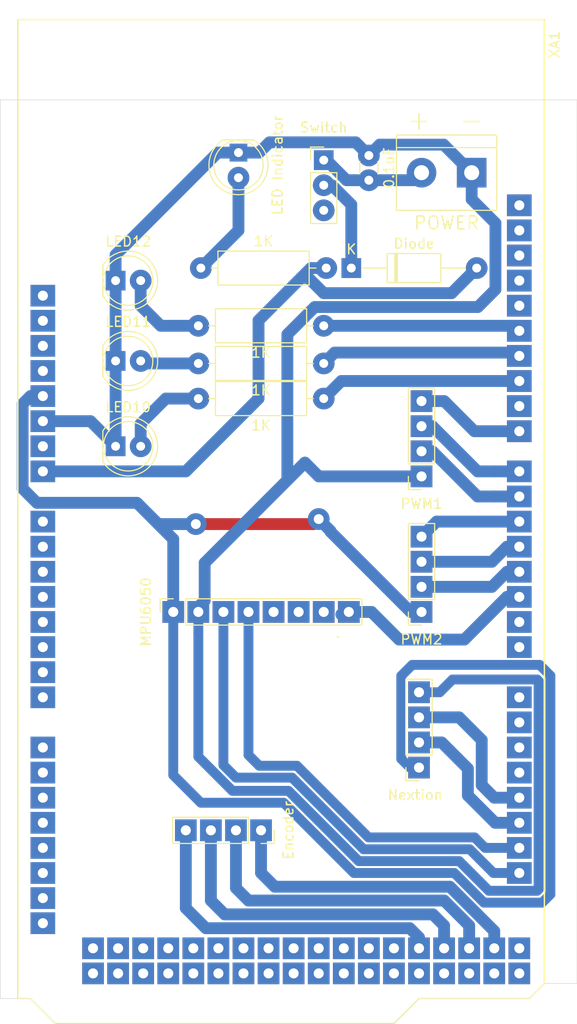
<source format=kicad_pcb>
(kicad_pcb (version 20171130) (host pcbnew "(5.1.2)-2")

  (general
    (thickness 1.6)
    (drawings 14)
    (tracks 185)
    (zones 0)
    (modules 18)
    (nets 90)
  )

  (page A4)
  (layers
    (0 F.Cu signal)
    (31 B.Cu signal)
    (32 B.Adhes user)
    (33 F.Adhes user)
    (34 B.Paste user)
    (35 F.Paste user)
    (36 B.SilkS user)
    (37 F.SilkS user)
    (38 B.Mask user)
    (39 F.Mask user)
    (40 Dwgs.User user)
    (41 Cmts.User user)
    (42 Eco1.User user)
    (43 Eco2.User user)
    (44 Edge.Cuts user)
    (45 Margin user)
    (46 B.CrtYd user)
    (47 F.CrtYd user)
    (48 B.Fab user)
    (49 F.Fab user)
  )

  (setup
    (last_trace_width 1.2)
    (user_trace_width 1)
    (user_trace_width 1.2)
    (trace_clearance 0.2)
    (zone_clearance 0.508)
    (zone_45_only no)
    (trace_min 0.2)
    (via_size 0.8)
    (via_drill 0.4)
    (via_min_size 0.4)
    (via_min_drill 0.3)
    (uvia_size 0.3)
    (uvia_drill 0.1)
    (uvias_allowed no)
    (uvia_min_size 0.2)
    (uvia_min_drill 0.1)
    (edge_width 0.05)
    (segment_width 0.2)
    (pcb_text_width 0.3)
    (pcb_text_size 1.5 1.5)
    (mod_edge_width 0.12)
    (mod_text_size 1 1)
    (mod_text_width 0.15)
    (pad_size 2 2)
    (pad_drill 0.9)
    (pad_to_mask_clearance 0.051)
    (solder_mask_min_width 0.25)
    (aux_axis_origin 0 0)
    (visible_elements FFFFEF7F)
    (pcbplotparams
      (layerselection 0x010fc_ffffffff)
      (usegerberextensions false)
      (usegerberattributes false)
      (usegerberadvancedattributes false)
      (creategerberjobfile false)
      (excludeedgelayer true)
      (linewidth 0.100000)
      (plotframeref false)
      (viasonmask false)
      (mode 1)
      (useauxorigin false)
      (hpglpennumber 1)
      (hpglpenspeed 20)
      (hpglpendiameter 15.000000)
      (psnegative false)
      (psa4output false)
      (plotreference true)
      (plotvalue true)
      (plotinvisibletext false)
      (padsonsilk false)
      (subtractmaskfromsilk false)
      (outputformat 3)
      (mirror false)
      (drillshape 0)
      (scaleselection 1)
      (outputdirectory ""))
  )

  (net 0 "")
  (net 1 GND)
  (net 2 "Net-(C1-Pad2)")
  (net 3 "Net-(D1-Pad2)")
  (net 4 "Net-(D2-Pad2)")
  (net 5 "Net-(D3-Pad2)")
  (net 6 "Net-(D4-Pad1)")
  (net 7 VIN)
  (net 8 "Net-(D5-Pad2)")
  (net 9 ENB)
  (net 10 IN2)
  (net 11 IN1)
  (net 12 VCC)
  (net 13 "Net-(J2-Pad3)")
  (net 14 ENA)
  (net 15 IN4)
  (net 16 IN3)
  (net 17 Enc4)
  (net 18 Enc3)
  (net 19 Enc2)
  (net 20 Enc1)
  (net 21 SCL)
  (net 22 SDA)
  (net 23 "Net-(J6-Pad5)")
  (net 24 "Net-(J6-Pad6)")
  (net 25 "Net-(J6-Pad7)")
  (net 26 INT)
  (net 27 RX)
  (net 28 TX)
  (net 29 "Net-(R1-Pad1)")
  (net 30 "Net-(R2-Pad1)")
  (net 31 "Net-(R3-Pad1)")
  (net 32 "Net-(XA1-PadA0)")
  (net 33 "Net-(XA1-PadGND3)")
  (net 34 "Net-(XA1-Pad3V3)")
  (net 35 "Net-(XA1-PadRST1)")
  (net 36 "Net-(XA1-PadIORF)")
  (net 37 "Net-(XA1-PadD17)")
  (net 38 "Net-(XA1-PadD16)")
  (net 39 "Net-(XA1-PadD15)")
  (net 40 "Net-(XA1-PadD14)")
  (net 41 "Net-(XA1-PadD0)")
  (net 42 "Net-(XA1-PadD1)")
  (net 43 "Net-(XA1-PadGND1)")
  (net 44 "Net-(XA1-PadD9)")
  (net 45 "Net-(XA1-PadAREF)")
  (net 46 "Net-(XA1-PadD13)")
  (net 47 "Net-(XA1-PadA1)")
  (net 48 "Net-(XA1-PadA2)")
  (net 49 "Net-(XA1-PadA3)")
  (net 50 "Net-(XA1-PadA4)")
  (net 51 "Net-(XA1-PadA5)")
  (net 52 "Net-(XA1-PadA6)")
  (net 53 "Net-(XA1-PadA7)")
  (net 54 "Net-(XA1-PadA8)")
  (net 55 "Net-(XA1-PadA9)")
  (net 56 "Net-(XA1-PadA10)")
  (net 57 "Net-(XA1-PadA11)")
  (net 58 "Net-(XA1-Pad5V3)")
  (net 59 "Net-(XA1-Pad5V4)")
  (net 60 "Net-(XA1-PadD23)")
  (net 61 "Net-(XA1-PadD25)")
  (net 62 "Net-(XA1-PadD27)")
  (net 63 "Net-(XA1-PadD29)")
  (net 64 "Net-(XA1-PadD30)")
  (net 65 "Net-(XA1-PadD31)")
  (net 66 "Net-(XA1-PadD32)")
  (net 67 "Net-(XA1-PadD33)")
  (net 68 "Net-(XA1-PadD34)")
  (net 69 "Net-(XA1-PadD35)")
  (net 70 "Net-(XA1-PadD36)")
  (net 71 "Net-(XA1-PadD37)")
  (net 72 "Net-(XA1-PadD38)")
  (net 73 "Net-(XA1-PadD39)")
  (net 74 "Net-(XA1-PadD40)")
  (net 75 "Net-(XA1-PadD41)")
  (net 76 "Net-(XA1-PadD42)")
  (net 77 "Net-(XA1-PadD43)")
  (net 78 "Net-(XA1-PadD44)")
  (net 79 "Net-(XA1-PadD45)")
  (net 80 "Net-(XA1-PadD46)")
  (net 81 "Net-(XA1-PadD47)")
  (net 82 "Net-(XA1-PadD48)")
  (net 83 "Net-(XA1-PadD49)")
  (net 84 "Net-(XA1-PadD50)")
  (net 85 "Net-(XA1-PadD51)")
  (net 86 "Net-(XA1-PadD52)")
  (net 87 "Net-(XA1-PadD53)")
  (net 88 "Net-(XA1-PadGND5)")
  (net 89 "Net-(XA1-PadGND6)")

  (net_class Default "This is the default net class."
    (clearance 0.2)
    (trace_width 0.25)
    (via_dia 0.8)
    (via_drill 0.4)
    (uvia_dia 0.3)
    (uvia_drill 0.1)
    (add_net ENA)
    (add_net ENB)
    (add_net Enc1)
    (add_net Enc2)
    (add_net Enc3)
    (add_net Enc4)
    (add_net GND)
    (add_net IN1)
    (add_net IN2)
    (add_net IN3)
    (add_net IN4)
    (add_net INT)
    (add_net "Net-(C1-Pad2)")
    (add_net "Net-(D1-Pad2)")
    (add_net "Net-(D2-Pad2)")
    (add_net "Net-(D3-Pad2)")
    (add_net "Net-(D4-Pad1)")
    (add_net "Net-(D5-Pad2)")
    (add_net "Net-(J2-Pad3)")
    (add_net "Net-(J6-Pad5)")
    (add_net "Net-(J6-Pad6)")
    (add_net "Net-(J6-Pad7)")
    (add_net "Net-(R1-Pad1)")
    (add_net "Net-(R2-Pad1)")
    (add_net "Net-(R3-Pad1)")
    (add_net "Net-(XA1-Pad3V3)")
    (add_net "Net-(XA1-Pad5V3)")
    (add_net "Net-(XA1-Pad5V4)")
    (add_net "Net-(XA1-PadA0)")
    (add_net "Net-(XA1-PadA1)")
    (add_net "Net-(XA1-PadA10)")
    (add_net "Net-(XA1-PadA11)")
    (add_net "Net-(XA1-PadA2)")
    (add_net "Net-(XA1-PadA3)")
    (add_net "Net-(XA1-PadA4)")
    (add_net "Net-(XA1-PadA5)")
    (add_net "Net-(XA1-PadA6)")
    (add_net "Net-(XA1-PadA7)")
    (add_net "Net-(XA1-PadA8)")
    (add_net "Net-(XA1-PadA9)")
    (add_net "Net-(XA1-PadAREF)")
    (add_net "Net-(XA1-PadD0)")
    (add_net "Net-(XA1-PadD1)")
    (add_net "Net-(XA1-PadD13)")
    (add_net "Net-(XA1-PadD14)")
    (add_net "Net-(XA1-PadD15)")
    (add_net "Net-(XA1-PadD16)")
    (add_net "Net-(XA1-PadD17)")
    (add_net "Net-(XA1-PadD23)")
    (add_net "Net-(XA1-PadD25)")
    (add_net "Net-(XA1-PadD27)")
    (add_net "Net-(XA1-PadD29)")
    (add_net "Net-(XA1-PadD30)")
    (add_net "Net-(XA1-PadD31)")
    (add_net "Net-(XA1-PadD32)")
    (add_net "Net-(XA1-PadD33)")
    (add_net "Net-(XA1-PadD34)")
    (add_net "Net-(XA1-PadD35)")
    (add_net "Net-(XA1-PadD36)")
    (add_net "Net-(XA1-PadD37)")
    (add_net "Net-(XA1-PadD38)")
    (add_net "Net-(XA1-PadD39)")
    (add_net "Net-(XA1-PadD40)")
    (add_net "Net-(XA1-PadD41)")
    (add_net "Net-(XA1-PadD42)")
    (add_net "Net-(XA1-PadD43)")
    (add_net "Net-(XA1-PadD44)")
    (add_net "Net-(XA1-PadD45)")
    (add_net "Net-(XA1-PadD46)")
    (add_net "Net-(XA1-PadD47)")
    (add_net "Net-(XA1-PadD48)")
    (add_net "Net-(XA1-PadD49)")
    (add_net "Net-(XA1-PadD50)")
    (add_net "Net-(XA1-PadD51)")
    (add_net "Net-(XA1-PadD52)")
    (add_net "Net-(XA1-PadD53)")
    (add_net "Net-(XA1-PadD9)")
    (add_net "Net-(XA1-PadGND1)")
    (add_net "Net-(XA1-PadGND3)")
    (add_net "Net-(XA1-PadGND5)")
    (add_net "Net-(XA1-PadGND6)")
    (add_net "Net-(XA1-PadIORF)")
    (add_net "Net-(XA1-PadRST1)")
    (add_net RX)
    (add_net SCL)
    (add_net SDA)
    (add_net TX)
    (add_net VCC)
    (add_net VIN)
  )

  (module Arduino:Arduino_Due_Shield (layer F.Cu) (tedit 5F56FBA6) (tstamp 5F576CA9)
    (at 62.23 61.976 270)
    (descr https://store.arduino.cc/arduino-due)
    (path /5F57100F)
    (fp_text reference XA1 (at 2.54 -54.356 90) (layer F.SilkS)
      (effects (font (size 1 1) (thickness 0.15)))
    )
    (fp_text value Arduino_Mega2560_Shield (at 15.494 -54.356 90) (layer F.Fab)
      (effects (font (size 1 1) (thickness 0.15)))
    )
    (fp_line (start 0 -53.34) (end 97.536 -53.34) (layer F.SilkS) (width 0.15))
    (fp_line (start 0 0) (end 99.06 0) (layer F.SilkS) (width 0.15))
    (fp_line (start 97.536 -53.34) (end 99.06 -51.816) (layer F.SilkS) (width 0.15))
    (fp_line (start 99.06 0) (end 99.06 -1.27) (layer F.SilkS) (width 0.15))
    (fp_line (start 99.06 -1.27) (end 101.6 -3.81) (layer F.SilkS) (width 0.15))
    (fp_line (start 101.6 -3.81) (end 101.6 -38.1) (layer F.SilkS) (width 0.15))
    (fp_line (start 101.6 -38.1) (end 99.06 -40.64) (layer F.SilkS) (width 0.15))
    (fp_line (start 99.06 -40.64) (end 99.06 -51.816) (layer F.SilkS) (width 0.15))
    (fp_line (start 0 -53.34) (end 0 0) (layer F.SilkS) (width 0.15))
    (fp_line (start -1.905 -12.065) (end 11.43 -12.065) (layer B.CrtYd) (width 0.15))
    (fp_line (start -1.905 -12.065) (end -1.905 -3.175) (layer B.CrtYd) (width 0.15))
    (fp_line (start -1.905 -3.175) (end 11.43 -3.175) (layer B.CrtYd) (width 0.15))
    (fp_line (start 11.43 -12.065) (end 11.43 -3.175) (layer B.CrtYd) (width 0.15))
    (fp_text user . (at 62.484 -32.004 90) (layer F.SilkS)
      (effects (font (size 1 1) (thickness 0.15)))
    )
    (pad GND6 thru_hole rect (at 96.52 -7.62 270) (size 2.2 2.2) (drill 1.016) (layers *.Cu *.Mask)
      (net 89 "Net-(XA1-PadGND6)"))
    (pad GND5 thru_hole rect (at 93.98 -7.62 270) (size 2.2 2.2) (drill 1.016) (layers *.Cu *.Mask)
      (net 88 "Net-(XA1-PadGND5)"))
    (pad D53 thru_hole rect (at 96.52 -10.16 270) (size 2.2 2.2) (drill 1.016) (layers *.Cu *.Mask)
      (net 87 "Net-(XA1-PadD53)"))
    (pad D52 thru_hole rect (at 93.98 -10.16 270) (size 2.2 2.2) (drill 1.016) (layers *.Cu *.Mask)
      (net 86 "Net-(XA1-PadD52)"))
    (pad D51 thru_hole rect (at 96.52 -12.7 270) (size 2.2 2.2) (drill 1.016) (layers *.Cu *.Mask)
      (net 85 "Net-(XA1-PadD51)"))
    (pad D50 thru_hole rect (at 93.98 -12.7 270) (size 2.2 2.2) (drill 1.016) (layers *.Cu *.Mask)
      (net 84 "Net-(XA1-PadD50)"))
    (pad D49 thru_hole rect (at 96.52 -15.24 270) (size 2.2 2.2) (drill 1.016) (layers *.Cu *.Mask)
      (net 83 "Net-(XA1-PadD49)"))
    (pad D48 thru_hole rect (at 93.98 -15.24 270) (size 2.2 2.2) (drill 1.016) (layers *.Cu *.Mask)
      (net 82 "Net-(XA1-PadD48)"))
    (pad D47 thru_hole rect (at 96.52 -17.78 270) (size 2.2 2.2) (drill 1.016) (layers *.Cu *.Mask)
      (net 81 "Net-(XA1-PadD47)"))
    (pad D46 thru_hole rect (at 93.98 -17.78 270) (size 2.2 2.2) (drill 1.016) (layers *.Cu *.Mask)
      (net 80 "Net-(XA1-PadD46)"))
    (pad D45 thru_hole rect (at 96.52 -20.32 270) (size 2.2 2.2) (drill 1.016) (layers *.Cu *.Mask)
      (net 79 "Net-(XA1-PadD45)"))
    (pad D44 thru_hole rect (at 93.98 -20.32 270) (size 2.2 2.2) (drill 1.016) (layers *.Cu *.Mask)
      (net 78 "Net-(XA1-PadD44)"))
    (pad D43 thru_hole rect (at 96.52 -22.86 270) (size 2.2 2.2) (drill 1.016) (layers *.Cu *.Mask)
      (net 77 "Net-(XA1-PadD43)"))
    (pad D42 thru_hole rect (at 93.98 -22.86 270) (size 2.2 2.2) (drill 1.016) (layers *.Cu *.Mask)
      (net 76 "Net-(XA1-PadD42)"))
    (pad D41 thru_hole rect (at 96.52 -25.4 270) (size 2.2 2.2) (drill 1.016) (layers *.Cu *.Mask)
      (net 75 "Net-(XA1-PadD41)"))
    (pad D40 thru_hole rect (at 93.98 -25.4 270) (size 2.2 2.2) (drill 1.016) (layers *.Cu *.Mask)
      (net 74 "Net-(XA1-PadD40)"))
    (pad D39 thru_hole rect (at 96.52 -27.94 270) (size 2.2 2.2) (drill 1.016) (layers *.Cu *.Mask)
      (net 73 "Net-(XA1-PadD39)"))
    (pad D38 thru_hole rect (at 93.98 -27.94 270) (size 2.2 2.2) (drill 1.016) (layers *.Cu *.Mask)
      (net 72 "Net-(XA1-PadD38)"))
    (pad D37 thru_hole rect (at 96.52 -30.48 270) (size 2.2 2.2) (drill 1.016) (layers *.Cu *.Mask)
      (net 71 "Net-(XA1-PadD37)"))
    (pad D36 thru_hole rect (at 93.98 -30.48 270) (size 2.2 2.2) (drill 1.016) (layers *.Cu *.Mask)
      (net 70 "Net-(XA1-PadD36)"))
    (pad D35 thru_hole rect (at 96.52 -33.02 270) (size 2.2 2.2) (drill 1.016) (layers *.Cu *.Mask)
      (net 69 "Net-(XA1-PadD35)"))
    (pad D34 thru_hole rect (at 93.98 -33.02 270) (size 2.2 2.2) (drill 1.016) (layers *.Cu *.Mask)
      (net 68 "Net-(XA1-PadD34)"))
    (pad D33 thru_hole rect (at 96.52 -35.56 270) (size 2.2 2.2) (drill 1.016) (layers *.Cu *.Mask)
      (net 67 "Net-(XA1-PadD33)"))
    (pad D32 thru_hole rect (at 93.98 -35.56 270) (size 2.2 2.2) (drill 1.016) (layers *.Cu *.Mask)
      (net 66 "Net-(XA1-PadD32)"))
    (pad D31 thru_hole rect (at 96.52 -38.1 270) (size 2.2 2.2) (drill 1.016) (layers *.Cu *.Mask)
      (net 65 "Net-(XA1-PadD31)"))
    (pad D30 thru_hole rect (at 93.98 -38.1 270) (size 2.2 2.2) (drill 1.016) (layers *.Cu *.Mask)
      (net 64 "Net-(XA1-PadD30)"))
    (pad D29 thru_hole rect (at 96.52 -40.64 270) (size 2.2 2.2) (drill 1.016) (layers *.Cu *.Mask)
      (net 63 "Net-(XA1-PadD29)"))
    (pad D28 thru_hole rect (at 93.98 -40.64 270) (size 2.2 2.2) (drill 1.016) (layers *.Cu *.Mask)
      (net 17 Enc4))
    (pad D27 thru_hole rect (at 96.52 -43.18 270) (size 2.2 2.2) (drill 1.016) (layers *.Cu *.Mask)
      (net 62 "Net-(XA1-PadD27)"))
    (pad D26 thru_hole rect (at 93.98 -43.18 270) (size 2.2 2.2) (drill 1.016) (layers *.Cu *.Mask)
      (net 18 Enc3))
    (pad D25 thru_hole rect (at 96.52 -45.72 270) (size 2.2 2.2) (drill 1.016) (layers *.Cu *.Mask)
      (net 61 "Net-(XA1-PadD25)"))
    (pad D24 thru_hole rect (at 93.98 -45.72 270) (size 2.2 2.2) (drill 1.016) (layers *.Cu *.Mask)
      (net 19 Enc2))
    (pad D23 thru_hole rect (at 96.52 -48.26 270) (size 2.2 2.2) (drill 1.016) (layers *.Cu *.Mask)
      (net 60 "Net-(XA1-PadD23)"))
    (pad D22 thru_hole rect (at 93.98 -48.26 270) (size 2.2 2.2) (drill 1.016) (layers *.Cu *.Mask)
      (net 20 Enc1))
    (pad 5V4 thru_hole rect (at 96.52 -50.8 270) (size 2.2 2.2) (drill 1.016) (layers *.Cu *.Mask)
      (net 59 "Net-(XA1-Pad5V4)"))
    (pad 5V3 thru_hole rect (at 93.98 -50.8 270) (size 2.2 2.2) (drill 1.016) (layers *.Cu *.Mask)
      (net 58 "Net-(XA1-Pad5V3)"))
    (pad CANT thru_hole rect (at 91.44 -2.54 270) (size 2.2 2.5) (drill 1.016) (layers *.Cu *.Mask))
    (pad CANR thru_hole rect (at 88.9 -2.54 270) (size 2.2 2.5) (drill 1.016) (layers *.Cu *.Mask))
    (pad DAC1 thru_hole rect (at 86.36 -2.54 270) (size 2.2 2.5) (drill 1.016) (layers *.Cu *.Mask))
    (pad DAC0 thru_hole rect (at 83.82 -2.54 270) (size 2.2 2.5) (drill 1.016) (layers *.Cu *.Mask))
    (pad A11 thru_hole rect (at 81.28 -2.54 270) (size 2.2 2.5) (drill 1.016) (layers *.Cu *.Mask)
      (net 57 "Net-(XA1-PadA11)"))
    (pad A10 thru_hole rect (at 78.74 -2.54 270) (size 2.2 2.5) (drill 1.016) (layers *.Cu *.Mask)
      (net 56 "Net-(XA1-PadA10)"))
    (pad A9 thru_hole rect (at 76.2 -2.54 270) (size 2.2 2.5) (drill 1.016) (layers *.Cu *.Mask)
      (net 55 "Net-(XA1-PadA9)"))
    (pad A8 thru_hole rect (at 73.66 -2.54 270) (size 2.2 2.5) (drill 1.016) (layers *.Cu *.Mask)
      (net 54 "Net-(XA1-PadA8)"))
    (pad A7 thru_hole rect (at 68.58 -2.54 270) (size 2.2 2.5) (drill 1.016) (layers *.Cu *.Mask)
      (net 53 "Net-(XA1-PadA7)"))
    (pad A6 thru_hole rect (at 66.04 -2.54 270) (size 2.2 2.5) (drill 1.016) (layers *.Cu *.Mask)
      (net 52 "Net-(XA1-PadA6)"))
    (pad A5 thru_hole rect (at 63.5 -2.54 270) (size 2.2 2.5) (drill 1.016) (layers *.Cu *.Mask)
      (net 51 "Net-(XA1-PadA5)"))
    (pad A4 thru_hole rect (at 60.96 -2.54 270) (size 2.2 2.5) (drill 1.016) (layers *.Cu *.Mask)
      (net 50 "Net-(XA1-PadA4)"))
    (pad A3 thru_hole rect (at 58.42 -2.54 270) (size 2.2 2.5) (drill 1.016) (layers *.Cu *.Mask)
      (net 49 "Net-(XA1-PadA3)"))
    (pad A2 thru_hole rect (at 55.88 -2.54 270) (size 2.2 2.5) (drill 1.016) (layers *.Cu *.Mask)
      (net 48 "Net-(XA1-PadA2)"))
    (pad A1 thru_hole rect (at 53.34 -2.54 270) (size 2.2 2.5) (drill 1.016) (layers *.Cu *.Mask)
      (net 47 "Net-(XA1-PadA1)"))
    (pad "" thru_hole rect (at 27.94 -2.54 270) (size 2.2 2.5) (drill 1.016) (layers *.Cu *.Mask))
    (pad D11 thru_hole rect (at 34.036 -50.8 270) (size 2.2 2.5) (drill 1.016) (layers *.Cu *.Mask)
      (net 30 "Net-(R2-Pad1)"))
    (pad D12 thru_hole rect (at 31.496 -50.8 270) (size 2.2 2.5) (drill 1.016) (layers *.Cu *.Mask)
      (net 29 "Net-(R1-Pad1)"))
    (pad D13 thru_hole rect (at 28.956 -50.8 270) (size 2.2 2.5) (drill 1.016) (layers *.Cu *.Mask)
      (net 46 "Net-(XA1-PadD13)"))
    (pad AREF thru_hole rect (at 23.876 -50.8 270) (size 2.2 2.5) (drill 1.016) (layers *.Cu *.Mask)
      (net 45 "Net-(XA1-PadAREF)"))
    (pad SDA1 thru_hole rect (at 21.336 -50.8 270) (size 2.2 2.5) (drill 1.016) (layers *.Cu *.Mask))
    (pad SCL1 thru_hole rect (at 18.796 -50.8 270) (size 2.2 2.5) (drill 1.016) (layers *.Cu *.Mask))
    (pad D10 thru_hole rect (at 36.576 -50.8 270) (size 2.2 2.5) (drill 1.016) (layers *.Cu *.Mask)
      (net 31 "Net-(R3-Pad1)"))
    (pad D9 thru_hole rect (at 39.116 -50.8 270) (size 2.2 2.5) (drill 1.016) (layers *.Cu *.Mask)
      (net 44 "Net-(XA1-PadD9)"))
    (pad D8 thru_hole rect (at 41.656 -50.8 270) (size 2.2 2.5) (drill 1.016) (layers *.Cu *.Mask)
      (net 16 IN3))
    (pad GND1 thru_hole rect (at 26.416 -50.8 270) (size 2.2 2.5) (drill 1.016) (layers *.Cu *.Mask)
      (net 43 "Net-(XA1-PadGND1)"))
    (pad D7 thru_hole rect (at 45.72 -50.8 270) (size 2.2 2.5) (drill 1.016) (layers *.Cu *.Mask)
      (net 15 IN4))
    (pad D6 thru_hole rect (at 48.26 -50.8 270) (size 2.2 2.5) (drill 1.016) (layers *.Cu *.Mask)
      (net 14 ENA))
    (pad D5 thru_hole rect (at 50.8 -50.8 270) (size 2.2 2.5) (drill 1.016) (layers *.Cu *.Mask)
      (net 9 ENB))
    (pad D4 thru_hole rect (at 53.34 -50.8 270) (size 2.2 2.5) (drill 1.016) (layers *.Cu *.Mask)
      (net 10 IN2))
    (pad D3 thru_hole rect (at 55.88 -50.8 270) (size 2.2 2.5) (drill 1.016) (layers *.Cu *.Mask)
      (net 11 IN1))
    (pad D2 thru_hole rect (at 58.42 -50.8 270) (size 2.2 2.5) (drill 1.016) (layers *.Cu *.Mask)
      (net 26 INT))
    (pad D1 thru_hole rect (at 60.96 -50.8 270) (size 2.2 2.5) (drill 1.016) (layers *.Cu *.Mask)
      (net 42 "Net-(XA1-PadD1)"))
    (pad D0 thru_hole rect (at 63.5 -50.8 270) (size 2.2 2.5) (drill 1.016) (layers *.Cu *.Mask)
      (net 41 "Net-(XA1-PadD0)"))
    (pad D14 thru_hole rect (at 68.58 -50.8 270) (size 2.2 2.5) (drill 1.016) (layers *.Cu *.Mask)
      (net 40 "Net-(XA1-PadD14)"))
    (pad D15 thru_hole rect (at 71.12 -50.8 270) (size 2.2 2.5) (drill 1.016) (layers *.Cu *.Mask)
      (net 39 "Net-(XA1-PadD15)"))
    (pad D16 thru_hole rect (at 73.66 -50.8 270) (size 2.2 2.5) (drill 1.016) (layers *.Cu *.Mask)
      (net 38 "Net-(XA1-PadD16)"))
    (pad D17 thru_hole rect (at 76.2 -50.8 270) (size 2.2 2.5) (drill 1.016) (layers *.Cu *.Mask)
      (net 37 "Net-(XA1-PadD17)"))
    (pad D18 thru_hole rect (at 78.74 -50.8 270) (size 2.2 2.5) (drill 1.016) (layers *.Cu *.Mask)
      (net 28 TX))
    (pad D19 thru_hole rect (at 81.28 -50.8 270) (size 2.2 2.5) (drill 1.016) (layers *.Cu *.Mask)
      (net 27 RX))
    (pad D20 thru_hole rect (at 83.82 -50.8 270) (size 2.2 2.5) (drill 1.016) (layers *.Cu *.Mask)
      (net 22 SDA))
    (pad D21 thru_hole rect (at 86.36 -50.8 270) (size 2.2 2.5) (drill 1.016) (layers *.Cu *.Mask)
      (net 21 SCL))
    (pad IORF thru_hole rect (at 30.48 -2.54 270) (size 2.2 2.5) (drill 1.016) (layers *.Cu *.Mask)
      (net 36 "Net-(XA1-PadIORF)"))
    (pad RST1 thru_hole rect (at 33.02 -2.54 270) (size 2.2 2.5) (drill 1.016) (layers *.Cu *.Mask)
      (net 35 "Net-(XA1-PadRST1)"))
    (pad 3V3 thru_hole rect (at 35.56 -2.54 270) (size 2.2 2.5) (drill 1.016) (layers *.Cu *.Mask)
      (net 34 "Net-(XA1-Pad3V3)"))
    (pad 5V1 thru_hole rect (at 38.1 -2.54 270) (size 2.2 2.5) (drill 1.016) (layers *.Cu *.Mask)
      (net 12 VCC))
    (pad GND2 thru_hole rect (at 40.64 -2.54 270) (size 2.2 2.5) (drill 1.016) (layers *.Cu *.Mask)
      (net 1 GND))
    (pad GND3 thru_hole rect (at 43.18 -2.54 270) (size 2.2 2.5) (drill 1.016) (layers *.Cu *.Mask)
      (net 33 "Net-(XA1-PadGND3)"))
    (pad VIN thru_hole rect (at 45.72 -2.54 270) (size 2.2 2.5) (drill 1.016) (layers *.Cu *.Mask)
      (net 7 VIN))
    (pad A0 thru_hole rect (at 50.8 -2.54 270) (size 2.2 2.5) (drill 1.016) (layers *.Cu *.Mask)
      (net 32 "Net-(XA1-PadA0)"))
  )

  (module Capacitor_THT:C_Disc_D3.0mm_W1.6mm_P2.50mm (layer F.Cu) (tedit 5AE50EF0) (tstamp 5F5754D9)
    (at 97.79 75.732 270)
    (descr "C, Disc series, Radial, pin pitch=2.50mm, , diameter*width=3.0*1.6mm^2, Capacitor, http://www.vishay.com/docs/45233/krseries.pdf")
    (tags "C Disc series Radial pin pitch 2.50mm  diameter 3.0mm width 1.6mm Capacitor")
    (path /5F59DAA2)
    (fp_text reference 0.1uF (at 1.25 -2.05 90) (layer F.SilkS)
      (effects (font (size 1 1) (thickness 0.15)))
    )
    (fp_text value 0.1uF (at 1.25 2.05 90) (layer F.Fab)
      (effects (font (size 1 1) (thickness 0.15)))
    )
    (fp_line (start -0.25 -0.8) (end -0.25 0.8) (layer F.Fab) (width 0.1))
    (fp_line (start -0.25 0.8) (end 2.75 0.8) (layer F.Fab) (width 0.1))
    (fp_line (start 2.75 0.8) (end 2.75 -0.8) (layer F.Fab) (width 0.1))
    (fp_line (start 2.75 -0.8) (end -0.25 -0.8) (layer F.Fab) (width 0.1))
    (fp_line (start 0.621 -0.92) (end 1.879 -0.92) (layer F.SilkS) (width 0.12))
    (fp_line (start 0.621 0.92) (end 1.879 0.92) (layer F.SilkS) (width 0.12))
    (fp_line (start -1.05 -1.05) (end -1.05 1.05) (layer F.CrtYd) (width 0.05))
    (fp_line (start -1.05 1.05) (end 3.55 1.05) (layer F.CrtYd) (width 0.05))
    (fp_line (start 3.55 1.05) (end 3.55 -1.05) (layer F.CrtYd) (width 0.05))
    (fp_line (start 3.55 -1.05) (end -1.05 -1.05) (layer F.CrtYd) (width 0.05))
    (fp_text user %R (at 1.25 0 90) (layer F.Fab)
      (effects (font (size 0.6 0.6) (thickness 0.09)))
    )
    (pad 1 thru_hole circle (at 0 0 270) (size 2.2 2.2) (drill 0.9) (layers *.Cu *.Mask)
      (net 1 GND))
    (pad 2 thru_hole circle (at 2.5 0 270) (size 2.2 2.2) (drill 0.9) (layers *.Cu *.Mask)
      (net 2 "Net-(C1-Pad2)"))
    (model ${KISYS3DMOD}/Capacitor_THT.3dshapes/C_Disc_D3.0mm_W1.6mm_P2.50mm.wrl
      (at (xyz 0 0 0))
      (scale (xyz 1 1 1))
      (rotate (xyz 0 0 0))
    )
  )

  (module LED_THT:LED_D5.0mm_Clear (layer F.Cu) (tedit 5F56FC1C) (tstamp 5F5754EB)
    (at 72.136 88.392)
    (descr "LED, diameter 5.0mm, 2 pins, http://cdn-reichelt.de/documents/datenblatt/A500/LL-504BC2E-009.pdf")
    (tags "LED diameter 5.0mm 2 pins")
    (path /5F60D691)
    (fp_text reference LED12 (at 1.27 -3.96) (layer F.SilkS)
      (effects (font (size 1 1) (thickness 0.15)))
    )
    (fp_text value LED (at 1.27 3.96) (layer F.Fab)
      (effects (font (size 1 1) (thickness 0.15)))
    )
    (fp_text user %R (at 1.25 0) (layer F.Fab)
      (effects (font (size 0.8 0.8) (thickness 0.2)))
    )
    (fp_line (start -1.23 -1.469694) (end -1.23 1.469694) (layer F.Fab) (width 0.1))
    (fp_line (start -1.29 -1.545) (end -1.29 1.545) (layer F.SilkS) (width 0.12))
    (fp_line (start -1.95 -3.25) (end -1.95 3.25) (layer F.CrtYd) (width 0.05))
    (fp_line (start -1.95 3.25) (end 4.5 3.25) (layer F.CrtYd) (width 0.05))
    (fp_line (start 4.5 3.25) (end 4.5 -3.25) (layer F.CrtYd) (width 0.05))
    (fp_line (start 4.5 -3.25) (end -1.95 -3.25) (layer F.CrtYd) (width 0.05))
    (fp_circle (center 1.27 0) (end 3.77 0) (layer F.Fab) (width 0.1))
    (fp_circle (center 1.27 0) (end 3.77 0) (layer F.SilkS) (width 0.12))
    (fp_arc (start 1.27 0) (end -1.23 -1.469694) (angle 299.1) (layer F.Fab) (width 0.1))
    (fp_arc (start 1.27 0) (end -1.29 -1.54483) (angle 148.9) (layer F.SilkS) (width 0.12))
    (fp_arc (start 1.27 0) (end -1.29 1.54483) (angle -148.9) (layer F.SilkS) (width 0.12))
    (pad 1 thru_hole rect (at 0 0) (size 2 2) (drill 0.9) (layers *.Cu *.Mask)
      (net 1 GND))
    (pad 2 thru_hole circle (at 2.54 0) (size 2.2 2.2) (drill 0.9) (layers *.Cu *.Mask)
      (net 3 "Net-(D1-Pad2)"))
    (model ${KISYS3DMOD}/LED_THT.3dshapes/LED_D5.0mm_Clear.wrl
      (at (xyz 0 0 0))
      (scale (xyz 1 1 1))
      (rotate (xyz 0 0 0))
    )
  )

  (module LED_THT:LED_D5.0mm_Clear (layer F.Cu) (tedit 5A6C9BC0) (tstamp 5F5754FD)
    (at 72.136 96.52)
    (descr "LED, diameter 5.0mm, 2 pins, http://cdn-reichelt.de/documents/datenblatt/A500/LL-504BC2E-009.pdf")
    (tags "LED diameter 5.0mm 2 pins")
    (path /5F60DF25)
    (fp_text reference LED11 (at 1.27 -3.96) (layer F.SilkS)
      (effects (font (size 1 1) (thickness 0.15)))
    )
    (fp_text value LED (at 1.27 3.96) (layer F.Fab)
      (effects (font (size 1 1) (thickness 0.15)))
    )
    (fp_arc (start 1.27 0) (end -1.29 1.54483) (angle -148.9) (layer F.SilkS) (width 0.12))
    (fp_arc (start 1.27 0) (end -1.29 -1.54483) (angle 148.9) (layer F.SilkS) (width 0.12))
    (fp_arc (start 1.27 0) (end -1.23 -1.469694) (angle 299.1) (layer F.Fab) (width 0.1))
    (fp_circle (center 1.27 0) (end 3.77 0) (layer F.SilkS) (width 0.12))
    (fp_circle (center 1.27 0) (end 3.77 0) (layer F.Fab) (width 0.1))
    (fp_line (start 4.5 -3.25) (end -1.95 -3.25) (layer F.CrtYd) (width 0.05))
    (fp_line (start 4.5 3.25) (end 4.5 -3.25) (layer F.CrtYd) (width 0.05))
    (fp_line (start -1.95 3.25) (end 4.5 3.25) (layer F.CrtYd) (width 0.05))
    (fp_line (start -1.95 -3.25) (end -1.95 3.25) (layer F.CrtYd) (width 0.05))
    (fp_line (start -1.29 -1.545) (end -1.29 1.545) (layer F.SilkS) (width 0.12))
    (fp_line (start -1.23 -1.469694) (end -1.23 1.469694) (layer F.Fab) (width 0.1))
    (fp_text user %R (at 1.25 0) (layer F.Fab)
      (effects (font (size 0.8 0.8) (thickness 0.2)))
    )
    (pad 2 thru_hole circle (at 2.54 0) (size 2.2 2.2) (drill 0.9) (layers *.Cu *.Mask)
      (net 4 "Net-(D2-Pad2)"))
    (pad 1 thru_hole rect (at 0 0) (size 2 2) (drill 0.9) (layers *.Cu *.Mask)
      (net 1 GND))
    (model ${KISYS3DMOD}/LED_THT.3dshapes/LED_D5.0mm_Clear.wrl
      (at (xyz 0 0 0))
      (scale (xyz 1 1 1))
      (rotate (xyz 0 0 0))
    )
  )

  (module LED_THT:LED_D5.0mm_Clear (layer F.Cu) (tedit 5A6C9BC0) (tstamp 5F57550F)
    (at 72.136 105.156)
    (descr "LED, diameter 5.0mm, 2 pins, http://cdn-reichelt.de/documents/datenblatt/A500/LL-504BC2E-009.pdf")
    (tags "LED diameter 5.0mm 2 pins")
    (path /5F60E18B)
    (fp_text reference LED10 (at 1.27 -3.96) (layer F.SilkS)
      (effects (font (size 1 1) (thickness 0.15)))
    )
    (fp_text value LED (at 1.27 3.96) (layer F.Fab)
      (effects (font (size 1 1) (thickness 0.15)))
    )
    (fp_text user %R (at 1.25 0) (layer F.Fab)
      (effects (font (size 0.8 0.8) (thickness 0.2)))
    )
    (fp_line (start -1.23 -1.469694) (end -1.23 1.469694) (layer F.Fab) (width 0.1))
    (fp_line (start -1.29 -1.545) (end -1.29 1.545) (layer F.SilkS) (width 0.12))
    (fp_line (start -1.95 -3.25) (end -1.95 3.25) (layer F.CrtYd) (width 0.05))
    (fp_line (start -1.95 3.25) (end 4.5 3.25) (layer F.CrtYd) (width 0.05))
    (fp_line (start 4.5 3.25) (end 4.5 -3.25) (layer F.CrtYd) (width 0.05))
    (fp_line (start 4.5 -3.25) (end -1.95 -3.25) (layer F.CrtYd) (width 0.05))
    (fp_circle (center 1.27 0) (end 3.77 0) (layer F.Fab) (width 0.1))
    (fp_circle (center 1.27 0) (end 3.77 0) (layer F.SilkS) (width 0.12))
    (fp_arc (start 1.27 0) (end -1.23 -1.469694) (angle 299.1) (layer F.Fab) (width 0.1))
    (fp_arc (start 1.27 0) (end -1.29 -1.54483) (angle 148.9) (layer F.SilkS) (width 0.12))
    (fp_arc (start 1.27 0) (end -1.29 1.54483) (angle -148.9) (layer F.SilkS) (width 0.12))
    (pad 1 thru_hole rect (at 0 0) (size 2 2) (drill 0.9) (layers *.Cu *.Mask)
      (net 1 GND))
    (pad 2 thru_hole circle (at 2.54 0) (size 2.2 2.2) (drill 0.9) (layers *.Cu *.Mask)
      (net 5 "Net-(D3-Pad2)"))
    (model ${KISYS3DMOD}/LED_THT.3dshapes/LED_D5.0mm_Clear.wrl
      (at (xyz 0 0 0))
      (scale (xyz 1 1 1))
      (rotate (xyz 0 0 0))
    )
  )

  (module Diode_THT:D_A-405_P12.70mm_Horizontal (layer F.Cu) (tedit 5AE50CD5) (tstamp 5F57552E)
    (at 96.012 87.122)
    (descr "Diode, A-405 series, Axial, Horizontal, pin pitch=12.7mm, , length*diameter=5.2*2.7mm^2, , http://www.diodes.com/_files/packages/A-405.pdf")
    (tags "Diode A-405 series Axial Horizontal pin pitch 12.7mm  length 5.2mm diameter 2.7mm")
    (path /5F5A3720)
    (fp_text reference Diode (at 6.35 -2.47) (layer F.SilkS)
      (effects (font (size 1 1) (thickness 0.15)))
    )
    (fp_text value DIODE (at 6.35 2.47) (layer F.Fab)
      (effects (font (size 1 1) (thickness 0.15)))
    )
    (fp_line (start 3.75 -1.35) (end 3.75 1.35) (layer F.Fab) (width 0.1))
    (fp_line (start 3.75 1.35) (end 8.95 1.35) (layer F.Fab) (width 0.1))
    (fp_line (start 8.95 1.35) (end 8.95 -1.35) (layer F.Fab) (width 0.1))
    (fp_line (start 8.95 -1.35) (end 3.75 -1.35) (layer F.Fab) (width 0.1))
    (fp_line (start 0 0) (end 3.75 0) (layer F.Fab) (width 0.1))
    (fp_line (start 12.7 0) (end 8.95 0) (layer F.Fab) (width 0.1))
    (fp_line (start 4.53 -1.35) (end 4.53 1.35) (layer F.Fab) (width 0.1))
    (fp_line (start 4.63 -1.35) (end 4.63 1.35) (layer F.Fab) (width 0.1))
    (fp_line (start 4.43 -1.35) (end 4.43 1.35) (layer F.Fab) (width 0.1))
    (fp_line (start 3.63 -1.47) (end 3.63 1.47) (layer F.SilkS) (width 0.12))
    (fp_line (start 3.63 1.47) (end 9.07 1.47) (layer F.SilkS) (width 0.12))
    (fp_line (start 9.07 1.47) (end 9.07 -1.47) (layer F.SilkS) (width 0.12))
    (fp_line (start 9.07 -1.47) (end 3.63 -1.47) (layer F.SilkS) (width 0.12))
    (fp_line (start 1.14 0) (end 3.63 0) (layer F.SilkS) (width 0.12))
    (fp_line (start 11.56 0) (end 9.07 0) (layer F.SilkS) (width 0.12))
    (fp_line (start 4.53 -1.47) (end 4.53 1.47) (layer F.SilkS) (width 0.12))
    (fp_line (start 4.65 -1.47) (end 4.65 1.47) (layer F.SilkS) (width 0.12))
    (fp_line (start 4.41 -1.47) (end 4.41 1.47) (layer F.SilkS) (width 0.12))
    (fp_line (start -1.15 -1.6) (end -1.15 1.6) (layer F.CrtYd) (width 0.05))
    (fp_line (start -1.15 1.6) (end 13.85 1.6) (layer F.CrtYd) (width 0.05))
    (fp_line (start 13.85 1.6) (end 13.85 -1.6) (layer F.CrtYd) (width 0.05))
    (fp_line (start 13.85 -1.6) (end -1.15 -1.6) (layer F.CrtYd) (width 0.05))
    (fp_text user %R (at 6.74 0) (layer F.Fab)
      (effects (font (size 1 1) (thickness 0.15)))
    )
    (fp_text user K (at 0 -1.9) (layer F.Fab)
      (effects (font (size 1 1) (thickness 0.15)))
    )
    (fp_text user K (at 0 -1.9) (layer F.SilkS)
      (effects (font (size 1 1) (thickness 0.15)))
    )
    (pad 1 thru_hole rect (at 0 0) (size 2 2) (drill 0.9) (layers *.Cu *.Mask)
      (net 6 "Net-(D4-Pad1)"))
    (pad 2 thru_hole circle (at 12.7 0) (size 2.2 2.2) (drill 0.9) (layers *.Cu *.Mask)
      (net 7 VIN))
    (model ${KISYS3DMOD}/Diode_THT.3dshapes/D_A-405_P12.70mm_Horizontal.wrl
      (at (xyz 0 0 0))
      (scale (xyz 1 1 1))
      (rotate (xyz 0 0 0))
    )
  )

  (module LED_THT:LED_D5.0mm_Clear (layer F.Cu) (tedit 5A6C9BC0) (tstamp 5F575540)
    (at 84.582 75.438 270)
    (descr "LED, diameter 5.0mm, 2 pins, http://cdn-reichelt.de/documents/datenblatt/A500/LL-504BC2E-009.pdf")
    (tags "LED diameter 5.0mm 2 pins")
    (path /5F5AC626)
    (fp_text reference "LED Indicator" (at 1.27 -3.96 90) (layer F.SilkS)
      (effects (font (size 1 1) (thickness 0.15)))
    )
    (fp_text value LED (at 1.27 3.96 90) (layer F.Fab)
      (effects (font (size 1 1) (thickness 0.15)))
    )
    (fp_arc (start 1.27 0) (end -1.29 1.54483) (angle -148.9) (layer F.SilkS) (width 0.12))
    (fp_arc (start 1.27 0) (end -1.29 -1.54483) (angle 148.9) (layer F.SilkS) (width 0.12))
    (fp_arc (start 1.27 0) (end -1.23 -1.469694) (angle 299.1) (layer F.Fab) (width 0.1))
    (fp_circle (center 1.27 0) (end 3.77 0) (layer F.SilkS) (width 0.12))
    (fp_circle (center 1.27 0) (end 3.77 0) (layer F.Fab) (width 0.1))
    (fp_line (start 4.5 -3.25) (end -1.95 -3.25) (layer F.CrtYd) (width 0.05))
    (fp_line (start 4.5 3.25) (end 4.5 -3.25) (layer F.CrtYd) (width 0.05))
    (fp_line (start -1.95 3.25) (end 4.5 3.25) (layer F.CrtYd) (width 0.05))
    (fp_line (start -1.95 -3.25) (end -1.95 3.25) (layer F.CrtYd) (width 0.05))
    (fp_line (start -1.29 -1.545) (end -1.29 1.545) (layer F.SilkS) (width 0.12))
    (fp_line (start -1.23 -1.469694) (end -1.23 1.469694) (layer F.Fab) (width 0.1))
    (fp_text user %R (at 1.25 0 90) (layer F.Fab)
      (effects (font (size 0.8 0.8) (thickness 0.2)))
    )
    (pad 2 thru_hole circle (at 2.54 0 270) (size 2.2 2.2) (drill 0.9) (layers *.Cu *.Mask)
      (net 8 "Net-(D5-Pad2)"))
    (pad 1 thru_hole rect (at 0 0 270) (size 1.8 1.8) (drill 0.9) (layers *.Cu *.Mask)
      (net 1 GND))
    (model ${KISYS3DMOD}/LED_THT.3dshapes/LED_D5.0mm_Clear.wrl
      (at (xyz 0 0 0))
      (scale (xyz 1 1 1))
      (rotate (xyz 0 0 0))
    )
  )

  (module Connector_PinSocket_2.54mm:PinSocket_1x04_P2.54mm_Vertical (layer F.Cu) (tedit 5A19A429) (tstamp 5F575558)
    (at 103.124 121.92 180)
    (descr "Through hole straight socket strip, 1x04, 2.54mm pitch, single row (from Kicad 4.0.7), script generated")
    (tags "Through hole socket strip THT 1x04 2.54mm single row")
    (path /5F573669)
    (fp_text reference PWM2 (at 0 -2.77) (layer F.SilkS)
      (effects (font (size 1 1) (thickness 0.15)))
    )
    (fp_text value PWM1 (at 0 10.39) (layer F.Fab)
      (effects (font (size 1 1) (thickness 0.15)))
    )
    (fp_text user %R (at 0 3.81 90) (layer F.Fab)
      (effects (font (size 1 1) (thickness 0.15)))
    )
    (fp_line (start -1.8 9.4) (end -1.8 -1.8) (layer F.CrtYd) (width 0.05))
    (fp_line (start 1.75 9.4) (end -1.8 9.4) (layer F.CrtYd) (width 0.05))
    (fp_line (start 1.75 -1.8) (end 1.75 9.4) (layer F.CrtYd) (width 0.05))
    (fp_line (start -1.8 -1.8) (end 1.75 -1.8) (layer F.CrtYd) (width 0.05))
    (fp_line (start 0 -1.33) (end 1.33 -1.33) (layer F.SilkS) (width 0.12))
    (fp_line (start 1.33 -1.33) (end 1.33 0) (layer F.SilkS) (width 0.12))
    (fp_line (start 1.33 1.27) (end 1.33 8.95) (layer F.SilkS) (width 0.12))
    (fp_line (start -1.33 8.95) (end 1.33 8.95) (layer F.SilkS) (width 0.12))
    (fp_line (start -1.33 1.27) (end -1.33 8.95) (layer F.SilkS) (width 0.12))
    (fp_line (start -1.33 1.27) (end 1.33 1.27) (layer F.SilkS) (width 0.12))
    (fp_line (start -1.27 8.89) (end -1.27 -1.27) (layer F.Fab) (width 0.1))
    (fp_line (start 1.27 8.89) (end -1.27 8.89) (layer F.Fab) (width 0.1))
    (fp_line (start 1.27 -0.635) (end 1.27 8.89) (layer F.Fab) (width 0.1))
    (fp_line (start 0.635 -1.27) (end 1.27 -0.635) (layer F.Fab) (width 0.1))
    (fp_line (start -1.27 -1.27) (end 0.635 -1.27) (layer F.Fab) (width 0.1))
    (pad 4 thru_hole rect (at 0 7.62 180) (size 2.2 2.2) (drill 1.016) (layers *.Cu *.Mask)
      (net 9 ENB))
    (pad 3 thru_hole rect (at 0 5.08 180) (size 2.2 2.2) (drill 1.016) (layers *.Cu *.Mask)
      (net 10 IN2))
    (pad 2 thru_hole rect (at 0 2.54 180) (size 2.2 2.2) (drill 1.016) (layers *.Cu *.Mask)
      (net 11 IN1))
    (pad 1 thru_hole rect (at 0 0 180) (size 2.2 2.2) (drill 1.016) (layers *.Cu *.Mask)
      (net 12 VCC))
    (model ${KISYS3DMOD}/Connector_PinSocket_2.54mm.3dshapes/PinSocket_1x04_P2.54mm_Vertical.wrl
      (at (xyz 0 0 0))
      (scale (xyz 1 1 1))
      (rotate (xyz 0 0 0))
    )
  )

  (module Connector_PinHeader_2.54mm:PinHeader_1x03_P2.54mm_Vertical (layer F.Cu) (tedit 59FED5CC) (tstamp 5F57556F)
    (at 93.218 76.2)
    (descr "Through hole straight pin header, 1x03, 2.54mm pitch, single row")
    (tags "Through hole pin header THT 1x03 2.54mm single row")
    (path /5F59C06E)
    (fp_text reference Switch (at 0 -3.302) (layer F.SilkS)
      (effects (font (size 1 1) (thickness 0.15)))
    )
    (fp_text value "Slide Switch" (at 0 7.41) (layer F.Fab)
      (effects (font (size 1 1) (thickness 0.15)))
    )
    (fp_line (start -0.635 -1.27) (end 1.27 -1.27) (layer F.Fab) (width 0.1))
    (fp_line (start 1.27 -1.27) (end 1.27 6.35) (layer F.Fab) (width 0.1))
    (fp_line (start 1.27 6.35) (end -1.27 6.35) (layer F.Fab) (width 0.1))
    (fp_line (start -1.27 6.35) (end -1.27 -0.635) (layer F.Fab) (width 0.1))
    (fp_line (start -1.27 -0.635) (end -0.635 -1.27) (layer F.Fab) (width 0.1))
    (fp_line (start -1.33 6.41) (end 1.33 6.41) (layer F.SilkS) (width 0.12))
    (fp_line (start -1.33 1.27) (end -1.33 6.41) (layer F.SilkS) (width 0.12))
    (fp_line (start 1.33 1.27) (end 1.33 6.41) (layer F.SilkS) (width 0.12))
    (fp_line (start -1.33 1.27) (end 1.33 1.27) (layer F.SilkS) (width 0.12))
    (fp_line (start -1.33 0) (end -1.33 -1.33) (layer F.SilkS) (width 0.12))
    (fp_line (start -1.33 -1.33) (end 0 -1.33) (layer F.SilkS) (width 0.12))
    (fp_line (start -1.8 -1.8) (end -1.8 6.85) (layer F.CrtYd) (width 0.05))
    (fp_line (start -1.8 6.85) (end 1.8 6.85) (layer F.CrtYd) (width 0.05))
    (fp_line (start 1.8 6.85) (end 1.8 -1.8) (layer F.CrtYd) (width 0.05))
    (fp_line (start 1.8 -1.8) (end -1.8 -1.8) (layer F.CrtYd) (width 0.05))
    (fp_text user %R (at 0 2.54 90) (layer F.Fab)
      (effects (font (size 1 1) (thickness 0.15)))
    )
    (pad 1 thru_hole rect (at 0 0) (size 2 2) (drill 0.9) (layers *.Cu *.Mask)
      (net 2 "Net-(C1-Pad2)"))
    (pad 2 thru_hole circle (at 0 2.54) (size 2.2 2.2) (drill 0.9) (layers *.Cu *.Mask)
      (net 6 "Net-(D4-Pad1)"))
    (pad 3 thru_hole circle (at 0 5.08) (size 2.2 2.2) (drill 0.9) (layers *.Cu *.Mask)
      (net 13 "Net-(J2-Pad3)"))
    (model ${KISYS3DMOD}/Connector_PinHeader_2.54mm.3dshapes/PinHeader_1x03_P2.54mm_Vertical.wrl
      (at (xyz 0 0 0))
      (scale (xyz 1 1 1))
      (rotate (xyz 0 0 0))
    )
  )

  (module TerminalBlock:TerminalBlock_bornier-2_P5.08mm (layer F.Cu) (tedit 59FF03AB) (tstamp 5F575584)
    (at 108.204 77.47 180)
    (descr "simple 2-pin terminal block, pitch 5.08mm, revamped version of bornier2")
    (tags "terminal block bornier2")
    (path /5F59B025)
    (fp_text reference POWER (at 2.54 -5.08) (layer F.SilkS)
      (effects (font (size 1.3 1.3) (thickness 0.15)))
    )
    (fp_text value Input-Power (at 2.54 5.08) (layer F.Fab)
      (effects (font (size 1 1) (thickness 0.15)))
    )
    (fp_text user %R (at 2.54 0) (layer F.Fab)
      (effects (font (size 1 1) (thickness 0.15)))
    )
    (fp_line (start -2.41 2.55) (end 7.49 2.55) (layer F.Fab) (width 0.1))
    (fp_line (start -2.46 -3.75) (end -2.46 3.75) (layer F.Fab) (width 0.1))
    (fp_line (start -2.46 3.75) (end 7.54 3.75) (layer F.Fab) (width 0.1))
    (fp_line (start 7.54 3.75) (end 7.54 -3.75) (layer F.Fab) (width 0.1))
    (fp_line (start 7.54 -3.75) (end -2.46 -3.75) (layer F.Fab) (width 0.1))
    (fp_line (start 7.62 2.54) (end -2.54 2.54) (layer F.SilkS) (width 0.12))
    (fp_line (start 7.62 3.81) (end 7.62 -3.81) (layer F.SilkS) (width 0.12))
    (fp_line (start 7.62 -3.81) (end -2.54 -3.81) (layer F.SilkS) (width 0.12))
    (fp_line (start -2.54 -3.81) (end -2.54 3.81) (layer F.SilkS) (width 0.12))
    (fp_line (start -2.54 3.81) (end 7.62 3.81) (layer F.SilkS) (width 0.12))
    (fp_line (start -2.71 -4) (end 7.79 -4) (layer F.CrtYd) (width 0.05))
    (fp_line (start -2.71 -4) (end -2.71 4) (layer F.CrtYd) (width 0.05))
    (fp_line (start 7.79 4) (end 7.79 -4) (layer F.CrtYd) (width 0.05))
    (fp_line (start 7.79 4) (end -2.71 4) (layer F.CrtYd) (width 0.05))
    (pad 1 thru_hole rect (at 0 0 180) (size 3 3) (drill 1.52) (layers *.Cu *.Mask)
      (net 1 GND))
    (pad 2 thru_hole circle (at 5.08 0 180) (size 3 3) (drill 1.52) (layers *.Cu *.Mask)
      (net 2 "Net-(C1-Pad2)"))
    (model ${KISYS3DMOD}/TerminalBlock.3dshapes/TerminalBlock_bornier-2_P5.08mm.wrl
      (offset (xyz 2.539999961853027 0 0))
      (scale (xyz 1 1 1))
      (rotate (xyz 0 0 0))
    )
  )

  (module Connector_PinSocket_2.54mm:PinSocket_1x04_P2.54mm_Vertical (layer F.Cu) (tedit 5A19A429) (tstamp 5F57559C)
    (at 103.124 108.204 180)
    (descr "Through hole straight socket strip, 1x04, 2.54mm pitch, single row (from Kicad 4.0.7), script generated")
    (tags "Through hole socket strip THT 1x04 2.54mm single row")
    (path /5F574092)
    (fp_text reference PWM1 (at 0 -2.77) (layer F.SilkS)
      (effects (font (size 1 1) (thickness 0.15)))
    )
    (fp_text value PWM2 (at 0 10.39) (layer F.Fab)
      (effects (font (size 1 1) (thickness 0.15)))
    )
    (fp_line (start -1.27 -1.27) (end 0.635 -1.27) (layer F.Fab) (width 0.1))
    (fp_line (start 0.635 -1.27) (end 1.27 -0.635) (layer F.Fab) (width 0.1))
    (fp_line (start 1.27 -0.635) (end 1.27 8.89) (layer F.Fab) (width 0.1))
    (fp_line (start 1.27 8.89) (end -1.27 8.89) (layer F.Fab) (width 0.1))
    (fp_line (start -1.27 8.89) (end -1.27 -1.27) (layer F.Fab) (width 0.1))
    (fp_line (start -1.33 1.27) (end 1.33 1.27) (layer F.SilkS) (width 0.12))
    (fp_line (start -1.33 1.27) (end -1.33 8.95) (layer F.SilkS) (width 0.12))
    (fp_line (start -1.33 8.95) (end 1.33 8.95) (layer F.SilkS) (width 0.12))
    (fp_line (start 1.33 1.27) (end 1.33 8.95) (layer F.SilkS) (width 0.12))
    (fp_line (start 1.33 -1.33) (end 1.33 0) (layer F.SilkS) (width 0.12))
    (fp_line (start 0 -1.33) (end 1.33 -1.33) (layer F.SilkS) (width 0.12))
    (fp_line (start -1.8 -1.8) (end 1.75 -1.8) (layer F.CrtYd) (width 0.05))
    (fp_line (start 1.75 -1.8) (end 1.75 9.4) (layer F.CrtYd) (width 0.05))
    (fp_line (start 1.75 9.4) (end -1.8 9.4) (layer F.CrtYd) (width 0.05))
    (fp_line (start -1.8 9.4) (end -1.8 -1.8) (layer F.CrtYd) (width 0.05))
    (fp_text user %R (at 0 3.81 90) (layer F.Fab)
      (effects (font (size 1 1) (thickness 0.15)))
    )
    (pad 1 thru_hole rect (at 0 0 180) (size 2.2 2.2) (drill 1.016) (layers *.Cu *.Mask)
      (net 1 GND))
    (pad 2 thru_hole rect (at 0 2.54 180) (size 2.2 2.2) (drill 1.016) (layers *.Cu *.Mask)
      (net 14 ENA))
    (pad 3 thru_hole rect (at 0 5.08 180) (size 2.2 2.2) (drill 1.016) (layers *.Cu *.Mask)
      (net 15 IN4))
    (pad 4 thru_hole rect (at 0 7.62 180) (size 2.2 2.2) (drill 1.016) (layers *.Cu *.Mask)
      (net 16 IN3))
    (model ${KISYS3DMOD}/Connector_PinSocket_2.54mm.3dshapes/PinSocket_1x04_P2.54mm_Vertical.wrl
      (at (xyz 0 0 0))
      (scale (xyz 1 1 1))
      (rotate (xyz 0 0 0))
    )
  )

  (module Connector_PinSocket_2.54mm:PinSocket_1x04_P2.54mm_Vertical (layer F.Cu) (tedit 5A19A429) (tstamp 5F5755B4)
    (at 86.868 144.018 270)
    (descr "Through hole straight socket strip, 1x04, 2.54mm pitch, single row (from Kicad 4.0.7), script generated")
    (tags "Through hole socket strip THT 1x04 2.54mm single row")
    (path /5F5793F2)
    (fp_text reference Encoder (at 0 -2.77 90) (layer F.SilkS)
      (effects (font (size 1 1) (thickness 0.15)))
    )
    (fp_text value "Encoder Motor" (at 0 10.39 90) (layer F.Fab)
      (effects (font (size 1 1) (thickness 0.15)))
    )
    (fp_text user %R (at 0 3.81) (layer F.Fab)
      (effects (font (size 1 1) (thickness 0.15)))
    )
    (fp_line (start -1.8 9.4) (end -1.8 -1.8) (layer F.CrtYd) (width 0.05))
    (fp_line (start 1.75 9.4) (end -1.8 9.4) (layer F.CrtYd) (width 0.05))
    (fp_line (start 1.75 -1.8) (end 1.75 9.4) (layer F.CrtYd) (width 0.05))
    (fp_line (start -1.8 -1.8) (end 1.75 -1.8) (layer F.CrtYd) (width 0.05))
    (fp_line (start 0 -1.33) (end 1.33 -1.33) (layer F.SilkS) (width 0.12))
    (fp_line (start 1.33 -1.33) (end 1.33 0) (layer F.SilkS) (width 0.12))
    (fp_line (start 1.33 1.27) (end 1.33 8.95) (layer F.SilkS) (width 0.12))
    (fp_line (start -1.33 8.95) (end 1.33 8.95) (layer F.SilkS) (width 0.12))
    (fp_line (start -1.33 1.27) (end -1.33 8.95) (layer F.SilkS) (width 0.12))
    (fp_line (start -1.33 1.27) (end 1.33 1.27) (layer F.SilkS) (width 0.12))
    (fp_line (start -1.27 8.89) (end -1.27 -1.27) (layer F.Fab) (width 0.1))
    (fp_line (start 1.27 8.89) (end -1.27 8.89) (layer F.Fab) (width 0.1))
    (fp_line (start 1.27 -0.635) (end 1.27 8.89) (layer F.Fab) (width 0.1))
    (fp_line (start 0.635 -1.27) (end 1.27 -0.635) (layer F.Fab) (width 0.1))
    (fp_line (start -1.27 -1.27) (end 0.635 -1.27) (layer F.Fab) (width 0.1))
    (pad 4 thru_hole rect (at 0 7.62 270) (size 2.2 2.2) (drill 1.016) (layers *.Cu *.Mask)
      (net 17 Enc4))
    (pad 3 thru_hole rect (at 0 5.08 270) (size 2.2 2.2) (drill 1.016) (layers *.Cu *.Mask)
      (net 18 Enc3))
    (pad 2 thru_hole rect (at 0 2.54 270) (size 2.2 2.2) (drill 1.016) (layers *.Cu *.Mask)
      (net 19 Enc2))
    (pad 1 thru_hole rect (at 0 0 270) (size 2.2 2.2) (drill 1.016) (layers *.Cu *.Mask)
      (net 20 Enc1))
    (model ${KISYS3DMOD}/Connector_PinSocket_2.54mm.3dshapes/PinSocket_1x04_P2.54mm_Vertical.wrl
      (at (xyz 0 0 0))
      (scale (xyz 1 1 1))
      (rotate (xyz 0 0 0))
    )
  )

  (module Connector_PinSocket_2.54mm:PinSocket_1x08_P2.54mm_Vertical (layer F.Cu) (tedit 5A19A420) (tstamp 5F5755D0)
    (at 77.978 121.92 90)
    (descr "Through hole straight socket strip, 1x08, 2.54mm pitch, single row (from Kicad 4.0.7), script generated")
    (tags "Through hole socket strip THT 1x08 2.54mm single row")
    (path /5F58742C)
    (fp_text reference MPU6050 (at 0 -2.77 90) (layer F.SilkS)
      (effects (font (size 1 1) (thickness 0.15)))
    )
    (fp_text value MPU6050 (at 0 20.55 90) (layer F.Fab)
      (effects (font (size 1 1) (thickness 0.15)))
    )
    (fp_line (start -1.27 -1.27) (end 0.635 -1.27) (layer F.Fab) (width 0.1))
    (fp_line (start 0.635 -1.27) (end 1.27 -0.635) (layer F.Fab) (width 0.1))
    (fp_line (start 1.27 -0.635) (end 1.27 19.05) (layer F.Fab) (width 0.1))
    (fp_line (start 1.27 19.05) (end -1.27 19.05) (layer F.Fab) (width 0.1))
    (fp_line (start -1.27 19.05) (end -1.27 -1.27) (layer F.Fab) (width 0.1))
    (fp_line (start -1.33 1.27) (end 1.33 1.27) (layer F.SilkS) (width 0.12))
    (fp_line (start -1.33 1.27) (end -1.33 19.11) (layer F.SilkS) (width 0.12))
    (fp_line (start -1.33 19.11) (end 1.33 19.11) (layer F.SilkS) (width 0.12))
    (fp_line (start 1.33 1.27) (end 1.33 19.11) (layer F.SilkS) (width 0.12))
    (fp_line (start 1.33 -1.33) (end 1.33 0) (layer F.SilkS) (width 0.12))
    (fp_line (start 0 -1.33) (end 1.33 -1.33) (layer F.SilkS) (width 0.12))
    (fp_line (start -1.8 -1.8) (end 1.75 -1.8) (layer F.CrtYd) (width 0.05))
    (fp_line (start 1.75 -1.8) (end 1.75 19.55) (layer F.CrtYd) (width 0.05))
    (fp_line (start 1.75 19.55) (end -1.8 19.55) (layer F.CrtYd) (width 0.05))
    (fp_line (start -1.8 19.55) (end -1.8 -1.8) (layer F.CrtYd) (width 0.05))
    (fp_text user %R (at 0 8.89) (layer F.Fab)
      (effects (font (size 1 1) (thickness 0.15)))
    )
    (pad 1 thru_hole rect (at 0 0 90) (size 2.2 2.2) (drill 1.016) (layers *.Cu *.Mask)
      (net 12 VCC))
    (pad 2 thru_hole rect (at 0 2.54 90) (size 2.2 2.2) (drill 1.016) (layers *.Cu *.Mask)
      (net 1 GND))
    (pad 3 thru_hole rect (at 0 5.08 90) (size 2.2 2.2) (drill 1.016) (layers *.Cu *.Mask)
      (net 21 SCL))
    (pad 4 thru_hole rect (at 0 7.62 90) (size 2.2 2.2) (drill 1.016) (layers *.Cu *.Mask)
      (net 22 SDA))
    (pad 5 thru_hole rect (at 0 10.16 90) (size 2.2 2.2) (drill 1.016) (layers *.Cu *.Mask)
      (net 23 "Net-(J6-Pad5)"))
    (pad 6 thru_hole rect (at 0 12.7 90) (size 2.2 2.2) (drill 1.016) (layers *.Cu *.Mask)
      (net 24 "Net-(J6-Pad6)"))
    (pad 7 thru_hole rect (at 0 15.24 90) (size 2.2 2.2) (drill 1.016) (layers *.Cu *.Mask)
      (net 25 "Net-(J6-Pad7)"))
    (pad 8 thru_hole rect (at 0 17.78 90) (size 2.2 2.2) (drill 1.016) (layers *.Cu *.Mask)
      (net 26 INT))
    (model ${KISYS3DMOD}/Connector_PinSocket_2.54mm.3dshapes/PinSocket_1x08_P2.54mm_Vertical.wrl
      (at (xyz 0 0 0))
      (scale (xyz 1 1 1))
      (rotate (xyz 0 0 0))
    )
  )

  (module Connector_PinSocket_2.54mm:PinSocket_1x04_P2.54mm_Vertical (layer F.Cu) (tedit 5A19A429) (tstamp 5F5755E8)
    (at 102.87 137.668 180)
    (descr "Through hole straight socket strip, 1x04, 2.54mm pitch, single row (from Kicad 4.0.7), script generated")
    (tags "Through hole socket strip THT 1x04 2.54mm single row")
    (path /5F5B327C)
    (fp_text reference "Nextion " (at 0 -2.77) (layer F.SilkS)
      (effects (font (size 1 1) (thickness 0.15)))
    )
    (fp_text value Nextion (at 0 10.39) (layer F.Fab)
      (effects (font (size 1 1) (thickness 0.15)))
    )
    (fp_line (start -1.27 -1.27) (end 0.635 -1.27) (layer F.Fab) (width 0.1))
    (fp_line (start 0.635 -1.27) (end 1.27 -0.635) (layer F.Fab) (width 0.1))
    (fp_line (start 1.27 -0.635) (end 1.27 8.89) (layer F.Fab) (width 0.1))
    (fp_line (start 1.27 8.89) (end -1.27 8.89) (layer F.Fab) (width 0.1))
    (fp_line (start -1.27 8.89) (end -1.27 -1.27) (layer F.Fab) (width 0.1))
    (fp_line (start -1.33 1.27) (end 1.33 1.27) (layer F.SilkS) (width 0.12))
    (fp_line (start -1.33 1.27) (end -1.33 8.95) (layer F.SilkS) (width 0.12))
    (fp_line (start -1.33 8.95) (end 1.33 8.95) (layer F.SilkS) (width 0.12))
    (fp_line (start 1.33 1.27) (end 1.33 8.95) (layer F.SilkS) (width 0.12))
    (fp_line (start 1.33 -1.33) (end 1.33 0) (layer F.SilkS) (width 0.12))
    (fp_line (start 0 -1.33) (end 1.33 -1.33) (layer F.SilkS) (width 0.12))
    (fp_line (start -1.8 -1.8) (end 1.75 -1.8) (layer F.CrtYd) (width 0.05))
    (fp_line (start 1.75 -1.8) (end 1.75 9.4) (layer F.CrtYd) (width 0.05))
    (fp_line (start 1.75 9.4) (end -1.8 9.4) (layer F.CrtYd) (width 0.05))
    (fp_line (start -1.8 9.4) (end -1.8 -1.8) (layer F.CrtYd) (width 0.05))
    (fp_text user %R (at 0 3.81 90) (layer F.Fab)
      (effects (font (size 1 1) (thickness 0.15)))
    )
    (pad 1 thru_hole rect (at 0 0 180) (size 2.2 2.2) (drill 1.016) (layers *.Cu *.Mask)
      (net 12 VCC))
    (pad 2 thru_hole rect (at 0 2.54 180) (size 2.2 2.2) (drill 1.016) (layers *.Cu *.Mask)
      (net 27 RX))
    (pad 3 thru_hole rect (at 0 5.08 180) (size 2.2 2.2) (drill 1.016) (layers *.Cu *.Mask)
      (net 28 TX))
    (pad 4 thru_hole rect (at 0 7.62 180) (size 2.2 2.2) (drill 1.016) (layers *.Cu *.Mask)
      (net 1 GND))
    (model ${KISYS3DMOD}/Connector_PinSocket_2.54mm.3dshapes/PinSocket_1x04_P2.54mm_Vertical.wrl
      (at (xyz 0 0 0))
      (scale (xyz 1 1 1))
      (rotate (xyz 0 0 0))
    )
  )

  (module Resistor_THT:R_Axial_DIN0309_L9.0mm_D3.2mm_P12.70mm_Horizontal (layer F.Cu) (tedit 5AE5139B) (tstamp 5F5755FF)
    (at 93.218 92.964 180)
    (descr "Resistor, Axial_DIN0309 series, Axial, Horizontal, pin pitch=12.7mm, 0.5W = 1/2W, length*diameter=9*3.2mm^2, http://cdn-reichelt.de/documents/datenblatt/B400/1_4W%23YAG.pdf")
    (tags "Resistor Axial_DIN0309 series Axial Horizontal pin pitch 12.7mm 0.5W = 1/2W length 9mm diameter 3.2mm")
    (path /5F60C921)
    (fp_text reference 1K (at 6.35 -2.72) (layer F.SilkS)
      (effects (font (size 1 1) (thickness 0.15)))
    )
    (fp_text value 1K (at 6.35 2.72) (layer F.Fab)
      (effects (font (size 1 1) (thickness 0.15)))
    )
    (fp_line (start 1.85 -1.6) (end 1.85 1.6) (layer F.Fab) (width 0.1))
    (fp_line (start 1.85 1.6) (end 10.85 1.6) (layer F.Fab) (width 0.1))
    (fp_line (start 10.85 1.6) (end 10.85 -1.6) (layer F.Fab) (width 0.1))
    (fp_line (start 10.85 -1.6) (end 1.85 -1.6) (layer F.Fab) (width 0.1))
    (fp_line (start 0 0) (end 1.85 0) (layer F.Fab) (width 0.1))
    (fp_line (start 12.7 0) (end 10.85 0) (layer F.Fab) (width 0.1))
    (fp_line (start 1.73 -1.72) (end 1.73 1.72) (layer F.SilkS) (width 0.12))
    (fp_line (start 1.73 1.72) (end 10.97 1.72) (layer F.SilkS) (width 0.12))
    (fp_line (start 10.97 1.72) (end 10.97 -1.72) (layer F.SilkS) (width 0.12))
    (fp_line (start 10.97 -1.72) (end 1.73 -1.72) (layer F.SilkS) (width 0.12))
    (fp_line (start 1.04 0) (end 1.73 0) (layer F.SilkS) (width 0.12))
    (fp_line (start 11.66 0) (end 10.97 0) (layer F.SilkS) (width 0.12))
    (fp_line (start -1.05 -1.85) (end -1.05 1.85) (layer F.CrtYd) (width 0.05))
    (fp_line (start -1.05 1.85) (end 13.75 1.85) (layer F.CrtYd) (width 0.05))
    (fp_line (start 13.75 1.85) (end 13.75 -1.85) (layer F.CrtYd) (width 0.05))
    (fp_line (start 13.75 -1.85) (end -1.05 -1.85) (layer F.CrtYd) (width 0.05))
    (fp_text user %R (at 6.35 0) (layer F.Fab)
      (effects (font (size 1 1) (thickness 0.15)))
    )
    (pad 1 thru_hole circle (at 0 0 180) (size 2.2 2.2) (drill 0.9) (layers *.Cu *.Mask)
      (net 29 "Net-(R1-Pad1)"))
    (pad 2 thru_hole circle (at 12.7 0 180) (size 2.2 2.2) (drill 0.9) (layers *.Cu *.Mask)
      (net 3 "Net-(D1-Pad2)"))
    (model ${KISYS3DMOD}/Resistor_THT.3dshapes/R_Axial_DIN0309_L9.0mm_D3.2mm_P12.70mm_Horizontal.wrl
      (at (xyz 0 0 0))
      (scale (xyz 1 1 1))
      (rotate (xyz 0 0 0))
    )
  )

  (module Resistor_THT:R_Axial_DIN0309_L9.0mm_D3.2mm_P12.70mm_Horizontal (layer F.Cu) (tedit 5AE5139B) (tstamp 5F575616)
    (at 93.218 96.774 180)
    (descr "Resistor, Axial_DIN0309 series, Axial, Horizontal, pin pitch=12.7mm, 0.5W = 1/2W, length*diameter=9*3.2mm^2, http://cdn-reichelt.de/documents/datenblatt/B400/1_4W%23YAG.pdf")
    (tags "Resistor Axial_DIN0309 series Axial Horizontal pin pitch 12.7mm 0.5W = 1/2W length 9mm diameter 3.2mm")
    (path /5F60CFB6)
    (fp_text reference 1K (at 6.35 -2.72) (layer F.SilkS)
      (effects (font (size 1 1) (thickness 0.15)))
    )
    (fp_text value 1K (at 6.35 2.72) (layer F.Fab)
      (effects (font (size 1 1) (thickness 0.15)))
    )
    (fp_text user %R (at 6.35 0) (layer F.Fab)
      (effects (font (size 1 1) (thickness 0.15)))
    )
    (fp_line (start 13.75 -1.85) (end -1.05 -1.85) (layer F.CrtYd) (width 0.05))
    (fp_line (start 13.75 1.85) (end 13.75 -1.85) (layer F.CrtYd) (width 0.05))
    (fp_line (start -1.05 1.85) (end 13.75 1.85) (layer F.CrtYd) (width 0.05))
    (fp_line (start -1.05 -1.85) (end -1.05 1.85) (layer F.CrtYd) (width 0.05))
    (fp_line (start 11.66 0) (end 10.97 0) (layer F.SilkS) (width 0.12))
    (fp_line (start 1.04 0) (end 1.73 0) (layer F.SilkS) (width 0.12))
    (fp_line (start 10.97 -1.72) (end 1.73 -1.72) (layer F.SilkS) (width 0.12))
    (fp_line (start 10.97 1.72) (end 10.97 -1.72) (layer F.SilkS) (width 0.12))
    (fp_line (start 1.73 1.72) (end 10.97 1.72) (layer F.SilkS) (width 0.12))
    (fp_line (start 1.73 -1.72) (end 1.73 1.72) (layer F.SilkS) (width 0.12))
    (fp_line (start 12.7 0) (end 10.85 0) (layer F.Fab) (width 0.1))
    (fp_line (start 0 0) (end 1.85 0) (layer F.Fab) (width 0.1))
    (fp_line (start 10.85 -1.6) (end 1.85 -1.6) (layer F.Fab) (width 0.1))
    (fp_line (start 10.85 1.6) (end 10.85 -1.6) (layer F.Fab) (width 0.1))
    (fp_line (start 1.85 1.6) (end 10.85 1.6) (layer F.Fab) (width 0.1))
    (fp_line (start 1.85 -1.6) (end 1.85 1.6) (layer F.Fab) (width 0.1))
    (pad 2 thru_hole circle (at 12.7 0 180) (size 2.2 2.2) (drill 0.9) (layers *.Cu *.Mask)
      (net 4 "Net-(D2-Pad2)"))
    (pad 1 thru_hole circle (at 0 0 180) (size 2.2 2.2) (drill 0.9) (layers *.Cu *.Mask)
      (net 30 "Net-(R2-Pad1)"))
    (model ${KISYS3DMOD}/Resistor_THT.3dshapes/R_Axial_DIN0309_L9.0mm_D3.2mm_P12.70mm_Horizontal.wrl
      (at (xyz 0 0 0))
      (scale (xyz 1 1 1))
      (rotate (xyz 0 0 0))
    )
  )

  (module Resistor_THT:R_Axial_DIN0309_L9.0mm_D3.2mm_P12.70mm_Horizontal (layer F.Cu) (tedit 5AE5139B) (tstamp 5F57562D)
    (at 93.218 100.33 180)
    (descr "Resistor, Axial_DIN0309 series, Axial, Horizontal, pin pitch=12.7mm, 0.5W = 1/2W, length*diameter=9*3.2mm^2, http://cdn-reichelt.de/documents/datenblatt/B400/1_4W%23YAG.pdf")
    (tags "Resistor Axial_DIN0309 series Axial Horizontal pin pitch 12.7mm 0.5W = 1/2W length 9mm diameter 3.2mm")
    (path /5F60D218)
    (fp_text reference 1K (at 6.35 -2.72) (layer F.SilkS)
      (effects (font (size 1 1) (thickness 0.15)))
    )
    (fp_text value 1K (at 6.35 2.72) (layer F.Fab)
      (effects (font (size 1 1) (thickness 0.15)))
    )
    (fp_line (start 1.85 -1.6) (end 1.85 1.6) (layer F.Fab) (width 0.1))
    (fp_line (start 1.85 1.6) (end 10.85 1.6) (layer F.Fab) (width 0.1))
    (fp_line (start 10.85 1.6) (end 10.85 -1.6) (layer F.Fab) (width 0.1))
    (fp_line (start 10.85 -1.6) (end 1.85 -1.6) (layer F.Fab) (width 0.1))
    (fp_line (start 0 0) (end 1.85 0) (layer F.Fab) (width 0.1))
    (fp_line (start 12.7 0) (end 10.85 0) (layer F.Fab) (width 0.1))
    (fp_line (start 1.73 -1.72) (end 1.73 1.72) (layer F.SilkS) (width 0.12))
    (fp_line (start 1.73 1.72) (end 10.97 1.72) (layer F.SilkS) (width 0.12))
    (fp_line (start 10.97 1.72) (end 10.97 -1.72) (layer F.SilkS) (width 0.12))
    (fp_line (start 10.97 -1.72) (end 1.73 -1.72) (layer F.SilkS) (width 0.12))
    (fp_line (start 1.04 0) (end 1.73 0) (layer F.SilkS) (width 0.12))
    (fp_line (start 11.66 0) (end 10.97 0) (layer F.SilkS) (width 0.12))
    (fp_line (start -1.05 -1.85) (end -1.05 1.85) (layer F.CrtYd) (width 0.05))
    (fp_line (start -1.05 1.85) (end 13.75 1.85) (layer F.CrtYd) (width 0.05))
    (fp_line (start 13.75 1.85) (end 13.75 -1.85) (layer F.CrtYd) (width 0.05))
    (fp_line (start 13.75 -1.85) (end -1.05 -1.85) (layer F.CrtYd) (width 0.05))
    (fp_text user %R (at 6.35 0) (layer F.Fab)
      (effects (font (size 1 1) (thickness 0.15)))
    )
    (pad 1 thru_hole circle (at 0 0 180) (size 2.2 2.2) (drill 0.9) (layers *.Cu *.Mask)
      (net 31 "Net-(R3-Pad1)"))
    (pad 2 thru_hole circle (at 12.7 0 180) (size 2.2 2.2) (drill 0.9) (layers *.Cu *.Mask)
      (net 5 "Net-(D3-Pad2)"))
    (model ${KISYS3DMOD}/Resistor_THT.3dshapes/R_Axial_DIN0309_L9.0mm_D3.2mm_P12.70mm_Horizontal.wrl
      (at (xyz 0 0 0))
      (scale (xyz 1 1 1))
      (rotate (xyz 0 0 0))
    )
  )

  (module Resistor_THT:R_Axial_DIN0309_L9.0mm_D3.2mm_P12.70mm_Horizontal (layer F.Cu) (tedit 5AE5139B) (tstamp 5F575644)
    (at 80.772 87.122)
    (descr "Resistor, Axial_DIN0309 series, Axial, Horizontal, pin pitch=12.7mm, 0.5W = 1/2W, length*diameter=9*3.2mm^2, http://cdn-reichelt.de/documents/datenblatt/B400/1_4W%23YAG.pdf")
    (tags "Resistor Axial_DIN0309 series Axial Horizontal pin pitch 12.7mm 0.5W = 1/2W length 9mm diameter 3.2mm")
    (path /5F5AAE7C)
    (fp_text reference 1K (at 6.35 -2.72) (layer F.SilkS)
      (effects (font (size 1 1) (thickness 0.15)))
    )
    (fp_text value R_Small (at 6.35 2.72) (layer F.Fab)
      (effects (font (size 1 1) (thickness 0.15)))
    )
    (fp_text user %R (at 6.35 0) (layer F.Fab)
      (effects (font (size 1 1) (thickness 0.15)))
    )
    (fp_line (start 13.75 -1.85) (end -1.05 -1.85) (layer F.CrtYd) (width 0.05))
    (fp_line (start 13.75 1.85) (end 13.75 -1.85) (layer F.CrtYd) (width 0.05))
    (fp_line (start -1.05 1.85) (end 13.75 1.85) (layer F.CrtYd) (width 0.05))
    (fp_line (start -1.05 -1.85) (end -1.05 1.85) (layer F.CrtYd) (width 0.05))
    (fp_line (start 11.66 0) (end 10.97 0) (layer F.SilkS) (width 0.12))
    (fp_line (start 1.04 0) (end 1.73 0) (layer F.SilkS) (width 0.12))
    (fp_line (start 10.97 -1.72) (end 1.73 -1.72) (layer F.SilkS) (width 0.12))
    (fp_line (start 10.97 1.72) (end 10.97 -1.72) (layer F.SilkS) (width 0.12))
    (fp_line (start 1.73 1.72) (end 10.97 1.72) (layer F.SilkS) (width 0.12))
    (fp_line (start 1.73 -1.72) (end 1.73 1.72) (layer F.SilkS) (width 0.12))
    (fp_line (start 12.7 0) (end 10.85 0) (layer F.Fab) (width 0.1))
    (fp_line (start 0 0) (end 1.85 0) (layer F.Fab) (width 0.1))
    (fp_line (start 10.85 -1.6) (end 1.85 -1.6) (layer F.Fab) (width 0.1))
    (fp_line (start 10.85 1.6) (end 10.85 -1.6) (layer F.Fab) (width 0.1))
    (fp_line (start 1.85 1.6) (end 10.85 1.6) (layer F.Fab) (width 0.1))
    (fp_line (start 1.85 -1.6) (end 1.85 1.6) (layer F.Fab) (width 0.1))
    (pad 2 thru_hole circle (at 12.7 0) (size 2.2 2.2) (drill 0.9) (layers *.Cu *.Mask)
      (net 7 VIN))
    (pad 1 thru_hole circle (at 0 0) (size 2.2 2.2) (drill 0.9) (layers *.Cu *.Mask)
      (net 8 "Net-(D5-Pad2)"))
    (model ${KISYS3DMOD}/Resistor_THT.3dshapes/R_Axial_DIN0309_L9.0mm_D3.2mm_P12.70mm_Horizontal.wrl
      (at (xyz 0 0 0))
      (scale (xyz 1 1 1))
      (rotate (xyz 0 0 0))
    )
  )

  (gr_line (start 118.872 70.104) (end 118.872 70.358) (layer Edge.Cuts) (width 0.05) (tstamp 5F580755))
  (gr_line (start 60.452 70.104) (end 118.872 70.104) (layer Edge.Cuts) (width 0.05))
  (gr_line (start 60.452 161.036) (end 60.452 70.104) (layer Edge.Cuts) (width 0.05))
  (gr_line (start 62.23 161.036) (end 60.452 161.036) (layer Edge.Cuts) (width 0.05))
  (gr_line (start 63.5 161.036) (end 62.23 161.036) (layer Edge.Cuts) (width 0.05))
  (gr_line (start 66.04 163.576) (end 63.5 161.036) (layer Edge.Cuts) (width 0.05))
  (gr_line (start 100.33 163.576) (end 66.04 163.576) (layer Edge.Cuts) (width 0.05))
  (gr_line (start 102.87 161.036) (end 100.33 163.576) (layer Edge.Cuts) (width 0.05))
  (gr_line (start 114.046 161.036) (end 102.87 161.036) (layer Edge.Cuts) (width 0.05))
  (gr_line (start 115.57 159.512) (end 114.046 161.036) (layer Edge.Cuts) (width 0.05))
  (gr_line (start 118.872 159.512) (end 115.57 159.512) (layer Edge.Cuts) (width 0.05))
  (gr_line (start 118.872 70.358) (end 118.872 159.512) (layer Edge.Cuts) (width 0.05))
  (gr_text - (at 108.204 72.136) (layer F.SilkS)
    (effects (font (size 2 2) (thickness 0.15)))
  )
  (gr_text + (at 102.87 72.136) (layer F.SilkS) (tstamp 5F5806B5)
    (effects (font (size 2 2) (thickness 0.15)))
  )

  (segment (start 72.136 86.192) (end 72.136 88.392) (width 1.2) (layer B.Cu) (net 1))
  (segment (start 72.136 85.784) (end 72.136 86.192) (width 1.2) (layer B.Cu) (net 1))
  (segment (start 82.482 75.438) (end 72.136 85.784) (width 1.2) (layer B.Cu) (net 1))
  (segment (start 84.582 75.438) (end 82.482 75.438) (width 1.2) (layer B.Cu) (net 1))
  (segment (start 72.136 88.392) (end 72.136 96.52) (width 1.2) (layer B.Cu) (net 1))
  (segment (start 72.136 96.52) (end 72.136 105.156) (width 1.2) (layer B.Cu) (net 1))
  (segment (start 69.596 102.616) (end 72.136 105.156) (width 1.2) (layer B.Cu) (net 1))
  (segment (start 64.77 102.616) (end 69.596 102.616) (width 1.2) (layer B.Cu) (net 1))
  (segment (start 92.71 108.204) (end 103.124 108.204) (width 1.2) (layer B.Cu) (net 1))
  (segment (start 106.945462 147.13599) (end 96.76306 147.13599) (width 1) (layer B.Cu) (net 1))
  (segment (start 109.945473 150.136001) (end 106.945462 147.13599) (width 1) (layer B.Cu) (net 1))
  (segment (start 114.840001 150.136001) (end 109.945473 150.136001) (width 1) (layer B.Cu) (net 1))
  (segment (start 104.97 130.048) (end 106.262001 128.755999) (width 1) (layer B.Cu) (net 1))
  (segment (start 102.87 130.048) (end 104.97 130.048) (width 1) (layer B.Cu) (net 1))
  (segment (start 106.262001 128.755999) (end 114.840001 128.755999) (width 1) (layer B.Cu) (net 1))
  (segment (start 114.840001 128.755999) (end 114.980001 128.895999) (width 1) (layer B.Cu) (net 1))
  (segment (start 96.76306 147.13599) (end 89.65106 140.02399) (width 1) (layer B.Cu) (net 1))
  (segment (start 114.980001 128.895999) (end 114.980001 149.996001) (width 1) (layer B.Cu) (net 1))
  (segment (start 114.980001 149.996001) (end 114.840001 150.136001) (width 1) (layer B.Cu) (net 1))
  (segment (start 80.518 124.02) (end 80.518 121.92) (width 1) (layer B.Cu) (net 1))
  (segment (start 80.518 136.57107) (end 80.518 124.02) (width 1) (layer B.Cu) (net 1))
  (segment (start 83.97092 140.02399) (end 80.518 136.57107) (width 1) (layer B.Cu) (net 1))
  (segment (start 89.65106 140.02399) (end 83.97092 140.02399) (width 1) (layer B.Cu) (net 1))
  (segment (start 81.157999 120.772001) (end 81.157999 116.962001) (width 1.2) (layer B.Cu) (net 1))
  (segment (start 80.518 121.412) (end 81.157999 120.772001) (width 1.2) (layer B.Cu) (net 1))
  (segment (start 80.518 121.92) (end 80.518 121.412) (width 1.2) (layer B.Cu) (net 1))
  (segment (start 91.313 106.807) (end 92.71 108.204) (width 1.2) (layer B.Cu) (net 1))
  (segment (start 98.889999 74.632001) (end 97.79 75.732) (width 1.2) (layer B.Cu) (net 1))
  (segment (start 105.366001 74.632001) (end 98.889999 74.632001) (width 1.2) (layer B.Cu) (net 1))
  (segment (start 108.204 77.47) (end 105.366001 74.632001) (width 1.2) (layer B.Cu) (net 1))
  (segment (start 96.690001 74.632001) (end 97.79 75.732) (width 1.2) (layer B.Cu) (net 1))
  (segment (start 96.457999 74.399999) (end 96.690001 74.632001) (width 1.2) (layer B.Cu) (net 1))
  (segment (start 87.720001 74.399999) (end 96.457999 74.399999) (width 1.2) (layer B.Cu) (net 1))
  (segment (start 86.682 75.438) (end 87.720001 74.399999) (width 1.2) (layer B.Cu) (net 1))
  (segment (start 84.582 75.438) (end 86.682 75.438) (width 1.2) (layer B.Cu) (net 1))
  (segment (start 110.612001 82.578001) (end 110.612001 89.285999) (width 1.2) (layer B.Cu) (net 1))
  (segment (start 108.204 77.47) (end 108.204 80.17) (width 1.2) (layer B.Cu) (net 1))
  (segment (start 108.204 80.17) (end 110.612001 82.578001) (width 1.2) (layer B.Cu) (net 1))
  (segment (start 89.535 93.834998) (end 89.535 108.585) (width 1.2) (layer B.Cu) (net 1))
  (segment (start 92.305999 91.063999) (end 89.535 93.834998) (width 1.2) (layer B.Cu) (net 1))
  (segment (start 108.834001 91.063999) (end 92.305999 91.063999) (width 1.2) (layer B.Cu) (net 1))
  (segment (start 110.612001 89.285999) (end 108.834001 91.063999) (width 1.2) (layer B.Cu) (net 1))
  (segment (start 81.157999 116.962001) (end 89.535 108.585) (width 1.2) (layer B.Cu) (net 1))
  (segment (start 89.535 108.585) (end 91.313 106.807) (width 1.2) (layer B.Cu) (net 1))
  (segment (start 96.234366 78.232) (end 97.79 78.232) (width 1.2) (layer B.Cu) (net 2))
  (segment (start 95.522002 78.232) (end 96.234366 78.232) (width 1.2) (layer B.Cu) (net 2))
  (segment (start 93.490002 76.2) (end 95.522002 78.232) (width 1.2) (layer B.Cu) (net 2))
  (segment (start 93.218 76.2) (end 93.490002 76.2) (width 1.2) (layer B.Cu) (net 2))
  (segment (start 102.362 78.232) (end 97.79 78.232) (width 1.2) (layer B.Cu) (net 2))
  (segment (start 103.124 77.47) (end 102.362 78.232) (width 1.2) (layer B.Cu) (net 2))
  (segment (start 76.708 92.964) (end 80.518 92.964) (width 1.2) (layer B.Cu) (net 3))
  (segment (start 74.676 88.392) (end 74.676 90.932) (width 1.2) (layer B.Cu) (net 3))
  (segment (start 74.676 90.932) (end 76.708 92.964) (width 1.2) (layer B.Cu) (net 3))
  (segment (start 74.93 96.774) (end 74.676 96.52) (width 1.2) (layer B.Cu) (net 4))
  (segment (start 80.518 96.774) (end 74.93 96.774) (width 1.2) (layer B.Cu) (net 4))
  (segment (start 77.216 100.33) (end 80.518 100.33) (width 1.2) (layer B.Cu) (net 5))
  (segment (start 74.676 105.156) (end 74.676 102.87) (width 1.2) (layer B.Cu) (net 5))
  (segment (start 74.676 102.87) (end 77.216 100.33) (width 1.2) (layer B.Cu) (net 5))
  (segment (start 96.012 84.922) (end 96.012 87.122) (width 1.2) (layer B.Cu) (net 6))
  (segment (start 96.012 80.70191) (end 96.012 84.922) (width 1.2) (layer B.Cu) (net 6))
  (segment (start 94.05009 78.74) (end 96.012 80.70191) (width 1.2) (layer B.Cu) (net 6))
  (segment (start 93.218 78.74) (end 94.05009 78.74) (width 1.2) (layer B.Cu) (net 6))
  (segment (start 93.472 87.122) (end 91.916366 87.122) (width 1.2) (layer B.Cu) (net 7))
  (segment (start 86.614 92.424366) (end 86.614 100.33) (width 1.2) (layer B.Cu) (net 7))
  (segment (start 79.248 107.696) (end 64.77 107.696) (width 1.2) (layer B.Cu) (net 7))
  (segment (start 86.614 100.33) (end 79.248 107.696) (width 1.2) (layer B.Cu) (net 7))
  (segment (start 108.712 87.122) (end 106.172 89.662) (width 1.2) (layer B.Cu) (net 7))
  (segment (start 106.172 89.662) (end 93.218 89.662) (width 1.2) (layer B.Cu) (net 7))
  (segment (start 91.678183 88.122183) (end 90.916183 88.122183) (width 1.2) (layer B.Cu) (net 7))
  (segment (start 93.218 89.662) (end 91.678183 88.122183) (width 1.2) (layer B.Cu) (net 7))
  (segment (start 91.916366 87.122) (end 90.916183 88.122183) (width 1.2) (layer B.Cu) (net 7))
  (segment (start 90.916183 88.122183) (end 86.614 92.424366) (width 1.2) (layer B.Cu) (net 7))
  (segment (start 84.582 83.312) (end 80.772 87.122) (width 1.2) (layer B.Cu) (net 8))
  (segment (start 84.582 77.978) (end 84.582 83.312) (width 1.2) (layer B.Cu) (net 8))
  (segment (start 104.648 112.776) (end 113.03 112.776) (width 1.2) (layer B.Cu) (net 9))
  (segment (start 103.124 114.3) (end 104.648 112.776) (width 1.2) (layer B.Cu) (net 9))
  (segment (start 111.779998 115.316) (end 113.03 115.316) (width 1.2) (layer B.Cu) (net 10))
  (segment (start 110.255998 116.84) (end 111.779998 115.316) (width 1.2) (layer B.Cu) (net 10))
  (segment (start 103.124 116.84) (end 110.255998 116.84) (width 1.2) (layer B.Cu) (net 10))
  (segment (start 111.779998 117.856) (end 113.03 117.856) (width 1.2) (layer B.Cu) (net 11))
  (segment (start 110.255998 119.38) (end 111.779998 117.856) (width 1.2) (layer B.Cu) (net 11))
  (segment (start 103.124 119.38) (end 110.255998 119.38) (width 1.2) (layer B.Cu) (net 11))
  (segment (start 77.978 138.43) (end 77.978 121.92) (width 1) (layer B.Cu) (net 12))
  (segment (start 80.772 141.224) (end 77.978 138.43) (width 1) (layer B.Cu) (net 12))
  (segment (start 89.154 141.224) (end 80.772 141.224) (width 1) (layer B.Cu) (net 12))
  (segment (start 96.265999 148.335999) (end 89.154 141.224) (width 1) (layer B.Cu) (net 12))
  (segment (start 116.180021 128.372022) (end 116.18001 150.493062) (width 1) (layer B.Cu) (net 12))
  (segment (start 101.949998 137.668) (end 101.069999 136.788001) (width 1) (layer B.Cu) (net 12))
  (segment (start 106.448402 148.336) (end 96.265999 148.335999) (width 1) (layer B.Cu) (net 12))
  (segment (start 102.87 137.668) (end 101.949998 137.668) (width 1) (layer B.Cu) (net 12))
  (segment (start 101.069999 136.788001) (end 101.069999 128.387999) (width 1) (layer B.Cu) (net 12))
  (segment (start 102.181997 127.276001) (end 115.084001 127.276001) (width 1) (layer B.Cu) (net 12))
  (segment (start 101.069999 128.387999) (end 102.181997 127.276001) (width 1) (layer B.Cu) (net 12))
  (segment (start 115.084001 127.276001) (end 116.180021 128.372022) (width 1) (layer B.Cu) (net 12))
  (segment (start 109.448413 151.336011) (end 106.448402 148.336) (width 1) (layer B.Cu) (net 12))
  (segment (start 115.337061 151.336011) (end 109.448413 151.336011) (width 1) (layer B.Cu) (net 12))
  (segment (start 116.18001 150.493062) (end 115.337061 151.336011) (width 1) (layer B.Cu) (net 12))
  (segment (start 64.159997 110.875999) (end 74.299999 110.875999) (width 1.2) (layer B.Cu) (net 12))
  (segment (start 62.719999 109.436001) (end 64.159997 110.875999) (width 1.2) (layer B.Cu) (net 12))
  (segment (start 62.719999 100.875999) (end 62.719999 109.436001) (width 1.2) (layer B.Cu) (net 12))
  (segment (start 64.77 100.076) (end 63.519998 100.076) (width 1.2) (layer B.Cu) (net 12))
  (segment (start 63.519998 100.076) (end 62.719999 100.875999) (width 1.2) (layer B.Cu) (net 12))
  (segment (start 77.978 114.554) (end 77.978 121.92) (width 1.2) (layer B.Cu) (net 12))
  (segment (start 102.023998 121.92) (end 93.895998 113.792) (width 1.2) (layer B.Cu) (net 12))
  (segment (start 103.124 121.92) (end 102.023998 121.92) (width 1.2) (layer B.Cu) (net 12))
  (segment (start 76.454 113.03) (end 80.264 113.03) (width 1.2) (layer B.Cu) (net 12))
  (segment (start 76.454 113.03) (end 77.978 114.554) (width 1.2) (layer B.Cu) (net 12))
  (segment (start 74.299999 110.875999) (end 76.454 113.03) (width 1.2) (layer B.Cu) (net 12))
  (segment (start 93.895998 113.792) (end 93.895998 113.707998) (width 1.2) (layer B.Cu) (net 12))
  (segment (start 93.895998 113.707998) (end 92.71 112.522) (width 1.2) (layer B.Cu) (net 12))
  (segment (start 92.71 112.522) (end 92.71 112.522) (width 1.2) (layer B.Cu) (net 12) (tstamp 5F57F134))
  (via (at 92.71 112.522) (size 2.2) (drill 1) (layers F.Cu B.Cu) (net 12))
  (segment (start 80.264 113.03) (end 80.264 113.03) (width 1.2) (layer B.Cu) (net 12) (tstamp 5F57F136))
  (via (at 80.264 113.03) (size 2.2) (drill 1) (layers F.Cu B.Cu) (net 12))
  (segment (start 92.202 113.03) (end 92.71 112.522) (width 1.2) (layer F.Cu) (net 12))
  (segment (start 80.264 113.03) (end 92.202 113.03) (width 1.2) (layer F.Cu) (net 12))
  (segment (start 95.25 121.92) (end 94.996 122.174) (width 1.2) (layer B.Cu) (net 26))
  (segment (start 110.58 110.236) (end 113.03 110.236) (width 1.2) (layer B.Cu) (net 14))
  (segment (start 108.796002 110.236) (end 110.58 110.236) (width 1.2) (layer B.Cu) (net 14))
  (segment (start 104.224002 105.664) (end 108.796002 110.236) (width 1.2) (layer B.Cu) (net 14))
  (segment (start 103.124 105.664) (end 104.224002 105.664) (width 1.2) (layer B.Cu) (net 14))
  (segment (start 110.58 107.696) (end 113.03 107.696) (width 1.2) (layer B.Cu) (net 15))
  (segment (start 108.796002 107.696) (end 110.58 107.696) (width 1.2) (layer B.Cu) (net 15))
  (segment (start 104.224002 103.124) (end 108.796002 107.696) (width 1.2) (layer B.Cu) (net 15))
  (segment (start 103.124 103.124) (end 104.224002 103.124) (width 1.2) (layer B.Cu) (net 15))
  (segment (start 110.58 103.632) (end 113.03 103.632) (width 1.2) (layer B.Cu) (net 16))
  (segment (start 108.472 103.632) (end 110.58 103.632) (width 1.2) (layer B.Cu) (net 16))
  (segment (start 105.424 100.584) (end 108.472 103.632) (width 1.2) (layer B.Cu) (net 16))
  (segment (start 103.124 100.584) (end 105.424 100.584) (width 1.2) (layer B.Cu) (net 16))
  (segment (start 102.87 154.855998) (end 101.938002 153.924) (width 1.2) (layer B.Cu) (net 17))
  (segment (start 102.87 155.956) (end 102.87 154.855998) (width 1.2) (layer B.Cu) (net 17))
  (segment (start 101.938002 153.924) (end 81.28 153.924) (width 1.2) (layer B.Cu) (net 17))
  (segment (start 79.248 151.892) (end 79.248 144.018) (width 1.2) (layer B.Cu) (net 17))
  (segment (start 81.28 153.924) (end 79.248 151.892) (width 1.2) (layer B.Cu) (net 17))
  (segment (start 81.788 151.13) (end 81.788 144.018) (width 1.2) (layer B.Cu) (net 18))
  (segment (start 83.18199 152.52399) (end 81.788 151.13) (width 1.2) (layer B.Cu) (net 18))
  (segment (start 104.27799 152.52399) (end 83.18199 152.52399) (width 1.2) (layer B.Cu) (net 18))
  (segment (start 105.41 155.956) (end 105.41 153.656) (width 1.2) (layer B.Cu) (net 18))
  (segment (start 105.41 153.656) (end 104.27799 152.52399) (width 1.2) (layer B.Cu) (net 18))
  (segment (start 84.328 149.86) (end 84.328 144.018) (width 1.2) (layer B.Cu) (net 19))
  (segment (start 85.59198 151.12398) (end 84.328 149.86) (width 1.2) (layer B.Cu) (net 19))
  (segment (start 105.41798 151.12398) (end 85.59198 151.12398) (width 1.2) (layer B.Cu) (net 19))
  (segment (start 107.95 155.956) (end 107.95 153.656) (width 1.2) (layer B.Cu) (net 19))
  (segment (start 107.95 153.656) (end 105.41798 151.12398) (width 1.2) (layer B.Cu) (net 19))
  (segment (start 110.49 154.216089) (end 105.997883 149.72397) (width 1.2) (layer B.Cu) (net 20))
  (segment (start 110.49 155.956) (end 110.49 154.216089) (width 1.2) (layer B.Cu) (net 20))
  (segment (start 105.997883 149.72397) (end 88.25597 149.72397) (width 1.2) (layer B.Cu) (net 20))
  (segment (start 86.868 148.336) (end 86.868 144.018) (width 1.2) (layer B.Cu) (net 20))
  (segment (start 88.25597 149.72397) (end 86.868 148.336) (width 1.2) (layer B.Cu) (net 20))
  (segment (start 83.058 137.414) (end 83.058 121.92) (width 1) (layer B.Cu) (net 21))
  (segment (start 113.03 148.336) (end 110.40907 148.336) (width 1) (layer B.Cu) (net 21))
  (segment (start 108.00905 145.93598) (end 97.26012 145.93598) (width 1) (layer B.Cu) (net 21))
  (segment (start 97.26012 145.93598) (end 90.00814 138.684) (width 1) (layer B.Cu) (net 21))
  (segment (start 90.00814 138.684) (end 84.328 138.684) (width 1) (layer B.Cu) (net 21))
  (segment (start 110.40907 148.336) (end 108.00905 145.93598) (width 1) (layer B.Cu) (net 21))
  (segment (start 84.328 138.684) (end 83.058 137.414) (width 1) (layer B.Cu) (net 21))
  (segment (start 85.598 136.398) (end 85.598 121.92) (width 1) (layer B.Cu) (net 22))
  (segment (start 109.56614 145.796) (end 108.50611 144.73597) (width 1) (layer B.Cu) (net 22))
  (segment (start 113.03 145.796) (end 109.56614 145.796) (width 1) (layer B.Cu) (net 22))
  (segment (start 108.50611 144.73597) (end 97.75718 144.73597) (width 1) (layer B.Cu) (net 22))
  (segment (start 97.75718 144.73597) (end 90.5052 137.48399) (width 1) (layer B.Cu) (net 22))
  (segment (start 90.5052 137.48399) (end 86.68399 137.48399) (width 1) (layer B.Cu) (net 22))
  (segment (start 86.68399 137.48399) (end 85.598 136.398) (width 1) (layer B.Cu) (net 22))
  (segment (start 111.779998 120.396) (end 107.461998 124.714) (width 1.2) (layer B.Cu) (net 26))
  (segment (start 113.03 120.396) (end 111.779998 120.396) (width 1.2) (layer B.Cu) (net 26))
  (segment (start 98.058 121.92) (end 95.758 121.92) (width 1.2) (layer B.Cu) (net 26))
  (segment (start 100.852 124.714) (end 98.058 121.92) (width 1.2) (layer B.Cu) (net 26))
  (segment (start 107.461998 124.714) (end 100.852 124.714) (width 1.2) (layer B.Cu) (net 26))
  (segment (start 105.17 135.128) (end 107.81999 137.77799) (width 1.2) (layer B.Cu) (net 27))
  (segment (start 102.87 135.128) (end 105.17 135.128) (width 1.2) (layer B.Cu) (net 27))
  (segment (start 110.58 143.256) (end 113.03 143.256) (width 1.2) (layer B.Cu) (net 27))
  (segment (start 107.81999 140.49599) (end 110.58 143.256) (width 1.2) (layer B.Cu) (net 27))
  (segment (start 107.81999 137.77799) (end 107.81999 140.49599) (width 1.2) (layer B.Cu) (net 27))
  (segment (start 110.49 140.716) (end 113.03 140.716) (width 1.2) (layer B.Cu) (net 28))
  (segment (start 109.22 139.446) (end 110.49 140.716) (width 1.2) (layer B.Cu) (net 28))
  (segment (start 109.22 134.874) (end 109.22 139.446) (width 1.2) (layer B.Cu) (net 28))
  (segment (start 102.87 132.588) (end 106.934 132.588) (width 1.2) (layer B.Cu) (net 28))
  (segment (start 106.934 132.588) (end 109.22 134.874) (width 1.2) (layer B.Cu) (net 28))
  (segment (start 112.522 92.964) (end 113.03 93.472) (width 1.2) (layer B.Cu) (net 29))
  (segment (start 93.218 92.964) (end 112.522 92.964) (width 1.2) (layer B.Cu) (net 29))
  (segment (start 112.692001 95.674001) (end 113.03 96.012) (width 1.2) (layer B.Cu) (net 30))
  (segment (start 94.317999 95.674001) (end 112.692001 95.674001) (width 1.2) (layer B.Cu) (net 30))
  (segment (start 93.218 96.774) (end 94.317999 95.674001) (width 1.2) (layer B.Cu) (net 30))
  (segment (start 94.996 98.552) (end 113.03 98.552) (width 1.2) (layer B.Cu) (net 31))
  (segment (start 93.218 100.33) (end 94.996 98.552) (width 1.2) (layer B.Cu) (net 31))

)

</source>
